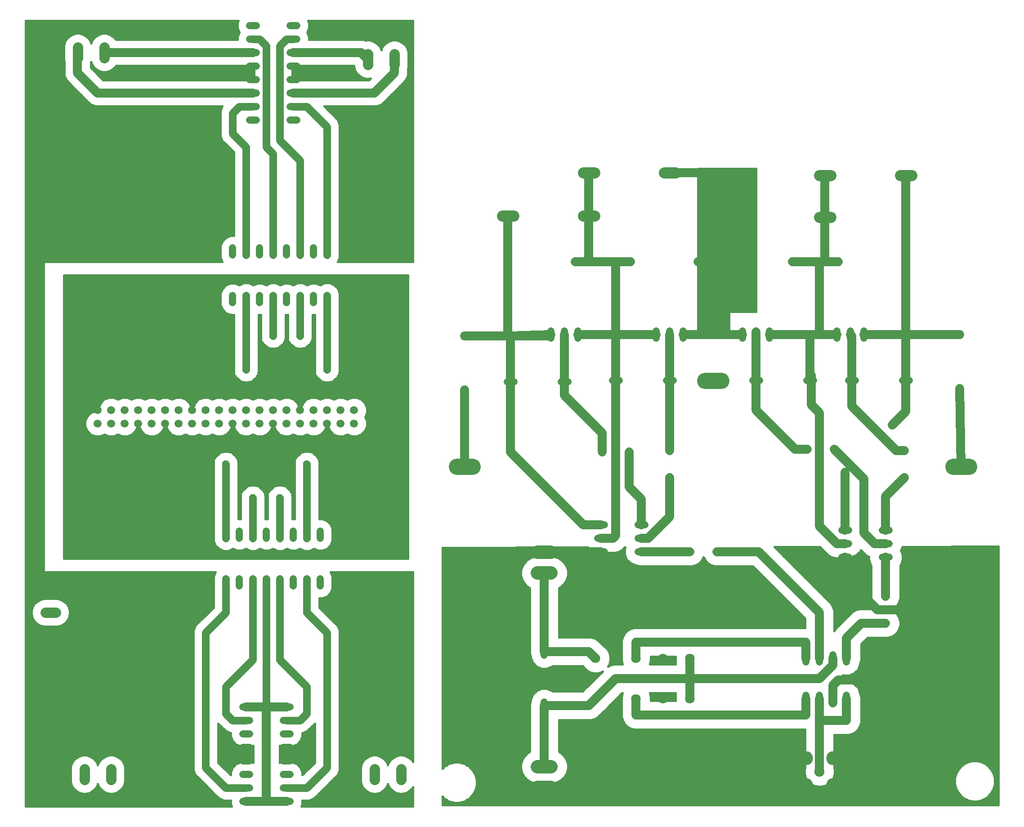
<source format=gbl>
G75*
%MOIN*%
%OFA0B0*%
%FSLAX25Y25*%
%IPPOS*%
%LPD*%
%AMOC8*
5,1,8,0,0,1.08239X$1,22.5*
%
%ADD10C,0.05200*%
%ADD11OC8,0.05200*%
%ADD12C,0.05937*%
%ADD13C,0.07800*%
%ADD14C,0.10039*%
%ADD15C,0.07500*%
%ADD16C,0.10500*%
%ADD17C,0.11850*%
%ADD18C,0.07087*%
%ADD19C,0.08250*%
%ADD20C,0.06600*%
%ADD21C,0.01600*%
%ADD22C,0.06600*%
%ADD23C,0.05600*%
%ADD24R,0.03962X0.03962*%
D10*
X0169200Y0014167D02*
X0174400Y0014167D01*
X0174400Y0024167D02*
X0169200Y0024167D01*
X0169200Y0034167D02*
X0174400Y0034167D01*
X0174400Y0044167D02*
X0169200Y0044167D01*
X0169200Y0054167D02*
X0174400Y0054167D01*
X0174400Y0064167D02*
X0169200Y0064167D01*
X0169200Y0074167D02*
X0174400Y0074167D01*
X0174400Y0084167D02*
X0169200Y0084167D01*
X0199200Y0084167D02*
X0204400Y0084167D01*
X0204400Y0074167D02*
X0199200Y0074167D01*
X0199200Y0064167D02*
X0204400Y0064167D01*
X0204400Y0054167D02*
X0199200Y0054167D01*
X0199200Y0044167D02*
X0204400Y0044167D01*
X0204400Y0034167D02*
X0199200Y0034167D01*
X0199200Y0024167D02*
X0204400Y0024167D01*
X0204400Y0014167D02*
X0199200Y0014167D01*
X0196800Y0173967D02*
X0196800Y0179167D01*
X0186800Y0179167D02*
X0186800Y0173967D01*
X0176800Y0173967D02*
X0176800Y0179167D01*
X0166800Y0179167D02*
X0166800Y0173967D01*
X0156800Y0173967D02*
X0156800Y0179167D01*
X0156800Y0209167D02*
X0156800Y0214367D01*
X0166800Y0214367D02*
X0166800Y0209167D01*
X0176800Y0209167D02*
X0176800Y0214367D01*
X0186800Y0214367D02*
X0186800Y0209167D01*
X0196800Y0209167D02*
X0196800Y0214367D01*
X0206800Y0214367D02*
X0206800Y0209167D01*
X0216800Y0209167D02*
X0216800Y0214367D01*
X0226800Y0214367D02*
X0226800Y0209167D01*
X0226800Y0179167D02*
X0226800Y0173967D01*
X0216800Y0173967D02*
X0216800Y0179167D01*
X0206800Y0179167D02*
X0206800Y0173967D01*
X0392800Y0127767D02*
X0392800Y0122567D01*
X0392800Y0087767D02*
X0392800Y0082567D01*
X0432200Y0199167D02*
X0437400Y0199167D01*
X0437400Y0209167D02*
X0432200Y0209167D01*
X0432200Y0219167D02*
X0437400Y0219167D01*
X0462200Y0219167D02*
X0467400Y0219167D01*
X0467400Y0209167D02*
X0462200Y0209167D01*
X0462200Y0199167D02*
X0467400Y0199167D01*
X0586800Y0122767D02*
X0586800Y0117567D01*
X0596800Y0117567D02*
X0596800Y0122767D01*
X0606800Y0122767D02*
X0606800Y0117567D01*
X0616800Y0117567D02*
X0616800Y0122767D01*
X0616800Y0092767D02*
X0616800Y0087567D01*
X0606800Y0087567D02*
X0606800Y0092767D01*
X0596800Y0092767D02*
X0596800Y0087567D01*
X0586800Y0087567D02*
X0586800Y0092767D01*
X0613200Y0195167D02*
X0618400Y0195167D01*
X0618400Y0205167D02*
X0613200Y0205167D01*
X0613200Y0215167D02*
X0618400Y0215167D01*
X0643200Y0215167D02*
X0648400Y0215167D01*
X0648400Y0205167D02*
X0643200Y0205167D01*
X0643200Y0195167D02*
X0648400Y0195167D01*
X0658200Y0326167D02*
X0663400Y0326167D01*
X0623400Y0326167D02*
X0618200Y0326167D01*
X0592400Y0326167D02*
X0587200Y0326167D01*
X0552400Y0326167D02*
X0547200Y0326167D01*
X0549800Y0357567D02*
X0549800Y0362767D01*
X0559800Y0362767D02*
X0559800Y0357567D01*
X0539800Y0357567D02*
X0539800Y0362767D01*
X0495800Y0362767D02*
X0495800Y0357567D01*
X0485800Y0357567D02*
X0485800Y0362767D01*
X0475800Y0362767D02*
X0475800Y0357567D01*
X0483200Y0326167D02*
X0488400Y0326167D01*
X0448400Y0326167D02*
X0443200Y0326167D01*
X0410400Y0325167D02*
X0405200Y0325167D01*
X0370400Y0325167D02*
X0365200Y0325167D01*
X0397800Y0357567D02*
X0397800Y0362767D01*
X0407800Y0362767D02*
X0407800Y0357567D01*
X0417800Y0357567D02*
X0417800Y0362767D01*
X0231800Y0383967D02*
X0231800Y0389167D01*
X0221800Y0389167D02*
X0221800Y0383967D01*
X0211800Y0383967D02*
X0211800Y0389167D01*
X0201800Y0389167D02*
X0201800Y0383967D01*
X0191800Y0383967D02*
X0191800Y0389167D01*
X0181800Y0389167D02*
X0181800Y0383967D01*
X0171800Y0383967D02*
X0171800Y0389167D01*
X0161800Y0389167D02*
X0161800Y0383967D01*
X0161800Y0419167D02*
X0161800Y0424367D01*
X0171800Y0424367D02*
X0171800Y0419167D01*
X0181800Y0419167D02*
X0181800Y0424367D01*
X0191800Y0424367D02*
X0191800Y0419167D01*
X0201800Y0419167D02*
X0201800Y0424367D01*
X0211800Y0424367D02*
X0211800Y0419167D01*
X0221800Y0419167D02*
X0221800Y0424367D01*
X0231800Y0424367D02*
X0231800Y0419167D01*
X0209400Y0519167D02*
X0204200Y0519167D01*
X0204200Y0529167D02*
X0209400Y0529167D01*
X0209400Y0539167D02*
X0204200Y0539167D01*
X0204200Y0549167D02*
X0209400Y0549167D01*
X0209400Y0559167D02*
X0204200Y0559167D01*
X0204200Y0569167D02*
X0209400Y0569167D01*
X0209400Y0579167D02*
X0204200Y0579167D01*
X0204200Y0589167D02*
X0209400Y0589167D01*
X0179400Y0589167D02*
X0174200Y0589167D01*
X0174200Y0579167D02*
X0179400Y0579167D01*
X0179400Y0569167D02*
X0174200Y0569167D01*
X0174200Y0559167D02*
X0179400Y0559167D01*
X0179400Y0549167D02*
X0174200Y0549167D01*
X0174200Y0539167D02*
X0179400Y0539167D01*
X0179400Y0529167D02*
X0174200Y0529167D01*
X0174200Y0519167D02*
X0179400Y0519167D01*
X0609800Y0362767D02*
X0609800Y0357567D01*
X0619800Y0357567D02*
X0619800Y0362767D01*
X0629800Y0362767D02*
X0629800Y0357567D01*
D11*
X0610800Y0414167D03*
X0576800Y0414167D03*
X0526800Y0414167D03*
X0506800Y0414167D03*
X0456800Y0414167D03*
X0415800Y0414167D03*
X0365800Y0414167D03*
X0281800Y0454167D03*
X0261800Y0484167D03*
X0231800Y0454167D03*
X0211800Y0484167D03*
X0191800Y0484167D03*
X0171800Y0454167D03*
X0141800Y0484167D03*
X0121800Y0454167D03*
X0141800Y0359167D03*
X0121800Y0334167D03*
X0171800Y0334167D03*
X0191800Y0359167D03*
X0211800Y0359167D03*
X0231800Y0334167D03*
X0261800Y0359167D03*
X0281800Y0334167D03*
X0266800Y0264167D03*
X0246800Y0239167D03*
X0216800Y0264167D03*
X0196800Y0239167D03*
X0176800Y0239167D03*
X0156800Y0264167D03*
X0126800Y0239167D03*
X0106800Y0264167D03*
X0106800Y0154167D03*
X0126800Y0119167D03*
X0156800Y0154167D03*
X0176800Y0119167D03*
X0196800Y0119167D03*
X0216800Y0154167D03*
X0246800Y0119167D03*
X0266800Y0154167D03*
X0435800Y0273167D03*
X0455800Y0273167D03*
X0485800Y0274167D03*
X0485800Y0254167D03*
X0500800Y0199167D03*
X0520800Y0199167D03*
X0587800Y0275167D03*
X0607800Y0275167D03*
X0659800Y0274167D03*
X0659800Y0254167D03*
X0645800Y0166167D03*
X0645800Y0146167D03*
X0660800Y0414167D03*
D12*
X0251800Y0304167D03*
X0241800Y0304167D03*
X0231800Y0304167D03*
X0221800Y0304167D03*
X0211800Y0304167D03*
X0201800Y0304167D03*
X0191800Y0304167D03*
X0181800Y0304167D03*
X0171800Y0304167D03*
X0161800Y0304167D03*
X0151800Y0304167D03*
X0141800Y0304167D03*
X0131800Y0304167D03*
X0121800Y0304167D03*
X0111800Y0304167D03*
X0101800Y0304167D03*
X0091800Y0304167D03*
X0081800Y0304167D03*
X0071800Y0304167D03*
X0061800Y0304167D03*
X0061800Y0294167D03*
X0071800Y0294167D03*
X0081800Y0294167D03*
X0091800Y0294167D03*
X0101800Y0294167D03*
X0111800Y0294167D03*
X0121800Y0294167D03*
X0131800Y0294167D03*
X0141800Y0294167D03*
X0151800Y0294167D03*
X0161800Y0294167D03*
X0171800Y0294167D03*
X0181800Y0294167D03*
X0191800Y0294167D03*
X0201800Y0294167D03*
X0211800Y0294167D03*
X0221800Y0294167D03*
X0231800Y0294167D03*
X0241800Y0294167D03*
X0251800Y0294167D03*
D13*
X0030700Y0154067D02*
X0022900Y0154067D01*
X0022900Y0134367D02*
X0030700Y0134367D01*
X0051900Y0038067D02*
X0051900Y0030267D01*
X0071600Y0030267D02*
X0071600Y0038067D01*
X0266900Y0038067D02*
X0266900Y0030267D01*
X0286600Y0030267D02*
X0286600Y0038067D01*
X0281700Y0560267D02*
X0281700Y0568067D01*
X0262000Y0568067D02*
X0262000Y0560267D01*
X0066700Y0565267D02*
X0066700Y0573067D01*
X0047000Y0573067D02*
X0047000Y0565267D01*
D14*
X0387780Y0198962D02*
X0397820Y0198962D01*
X0397820Y0183371D02*
X0387780Y0183371D01*
X0387780Y0039962D02*
X0397820Y0039962D01*
X0397820Y0024371D02*
X0387780Y0024371D01*
D15*
X0596800Y0036167D03*
D16*
X0586761Y0046206D03*
X0606839Y0046206D03*
X0606839Y0026128D03*
X0586761Y0026128D03*
D17*
X0695875Y0262167D02*
X0707725Y0262167D01*
X0523925Y0325867D02*
X0512075Y0325867D01*
X0529575Y0473167D02*
X0541425Y0473167D01*
X0339725Y0262167D02*
X0327875Y0262167D01*
D18*
X0430800Y0120167D03*
X0460800Y0120167D03*
X0480800Y0120167D03*
X0500800Y0120167D03*
X0500800Y0090167D03*
X0480800Y0090167D03*
X0460800Y0090167D03*
X0430800Y0090167D03*
D19*
X0429925Y0448167D02*
X0421675Y0448167D01*
X0421675Y0480167D02*
X0429925Y0480167D01*
X0481675Y0480167D02*
X0489925Y0480167D01*
X0536675Y0447167D02*
X0544925Y0447167D01*
X0596675Y0447167D02*
X0604925Y0447167D01*
X0604925Y0478167D02*
X0596675Y0478167D01*
X0656675Y0478167D02*
X0664925Y0478167D01*
X0369925Y0448167D02*
X0361675Y0448167D01*
D20*
X0333800Y0359167D03*
X0333800Y0319167D03*
X0700800Y0320167D03*
X0700800Y0360167D03*
D21*
X0008200Y0592688D02*
X0008200Y0010567D01*
X0160950Y0010567D01*
X0160200Y0012376D01*
X0160200Y0014967D01*
X0154970Y0014967D01*
X0151589Y0016367D01*
X0149001Y0018955D01*
X0149001Y0018955D01*
X0136589Y0031367D01*
X0136589Y0031367D01*
X0134001Y0033955D01*
X0132600Y0037337D01*
X0132600Y0140997D01*
X0134001Y0144378D01*
X0147600Y0157977D01*
X0147600Y0180997D01*
X0148913Y0184167D01*
X0021800Y0184167D01*
X0021800Y0414167D01*
X0154130Y0414167D01*
X0152800Y0417376D01*
X0152800Y0426157D01*
X0154170Y0429465D01*
X0156702Y0431996D01*
X0160010Y0433367D01*
X0162600Y0433367D01*
X0162600Y0495356D01*
X0156589Y0501367D01*
X0154001Y0503955D01*
X0152600Y0507337D01*
X0152600Y0525997D01*
X0154001Y0529378D01*
X0154089Y0529467D01*
X0059871Y0529467D01*
X0056305Y0530943D01*
X0041305Y0545943D01*
X0038577Y0548672D01*
X0037100Y0552237D01*
X0037100Y0562418D01*
X0036700Y0563911D01*
X0036700Y0574423D01*
X0037402Y0577042D01*
X0038758Y0579391D01*
X0040676Y0581309D01*
X0043024Y0582665D01*
X0045644Y0583367D01*
X0048356Y0583367D01*
X0050976Y0582665D01*
X0053324Y0581309D01*
X0055242Y0579391D01*
X0056598Y0577042D01*
X0056850Y0576102D01*
X0057102Y0577042D01*
X0058458Y0579391D01*
X0060376Y0581309D01*
X0062724Y0582665D01*
X0065344Y0583367D01*
X0068056Y0583367D01*
X0070676Y0582665D01*
X0073024Y0581309D01*
X0074942Y0579391D01*
X0075245Y0578867D01*
X0165200Y0578867D01*
X0165200Y0580957D01*
X0166530Y0584167D01*
X0165200Y0587376D01*
X0165200Y0590957D01*
X0165917Y0592688D01*
X0008200Y0592688D01*
X0008200Y0592419D02*
X0165806Y0592419D01*
X0165200Y0590820D02*
X0008200Y0590820D01*
X0008200Y0589222D02*
X0165200Y0589222D01*
X0165200Y0587623D02*
X0008200Y0587623D01*
X0008200Y0586025D02*
X0165760Y0586025D01*
X0166422Y0584426D02*
X0008200Y0584426D01*
X0008200Y0582828D02*
X0043633Y0582828D01*
X0040596Y0581229D02*
X0008200Y0581229D01*
X0008200Y0579631D02*
X0038998Y0579631D01*
X0037973Y0578032D02*
X0008200Y0578032D01*
X0008200Y0576434D02*
X0037239Y0576434D01*
X0036811Y0574835D02*
X0008200Y0574835D01*
X0008200Y0573237D02*
X0036700Y0573237D01*
X0036700Y0571638D02*
X0008200Y0571638D01*
X0008200Y0570040D02*
X0036700Y0570040D01*
X0036700Y0568441D02*
X0008200Y0568441D01*
X0008200Y0566843D02*
X0036700Y0566843D01*
X0036700Y0565244D02*
X0008200Y0565244D01*
X0008200Y0563646D02*
X0036771Y0563646D01*
X0037100Y0562047D02*
X0008200Y0562047D01*
X0008200Y0560449D02*
X0037100Y0560449D01*
X0037100Y0558850D02*
X0008200Y0558850D01*
X0008200Y0557252D02*
X0037100Y0557252D01*
X0037100Y0555653D02*
X0008200Y0555653D01*
X0008200Y0554055D02*
X0037100Y0554055D01*
X0037100Y0552456D02*
X0008200Y0552456D01*
X0008200Y0550858D02*
X0037671Y0550858D01*
X0038334Y0549259D02*
X0008200Y0549259D01*
X0008200Y0547661D02*
X0039588Y0547661D01*
X0041187Y0546062D02*
X0008200Y0546062D01*
X0008200Y0544463D02*
X0042785Y0544463D01*
X0044384Y0542865D02*
X0008200Y0542865D01*
X0008200Y0541266D02*
X0045982Y0541266D01*
X0047581Y0539668D02*
X0008200Y0539668D01*
X0008200Y0538069D02*
X0049179Y0538069D01*
X0050778Y0536471D02*
X0008200Y0536471D01*
X0008200Y0534872D02*
X0052376Y0534872D01*
X0053975Y0533274D02*
X0008200Y0533274D01*
X0008200Y0531675D02*
X0055573Y0531675D01*
X0058397Y0530077D02*
X0008200Y0530077D01*
X0008200Y0528478D02*
X0153628Y0528478D01*
X0152966Y0526880D02*
X0008200Y0526880D01*
X0008200Y0525281D02*
X0152600Y0525281D01*
X0152600Y0523683D02*
X0008200Y0523683D01*
X0008200Y0522084D02*
X0152600Y0522084D01*
X0152600Y0520486D02*
X0008200Y0520486D01*
X0008200Y0518887D02*
X0152600Y0518887D01*
X0152600Y0517289D02*
X0008200Y0517289D01*
X0008200Y0515690D02*
X0152600Y0515690D01*
X0152600Y0514092D02*
X0008200Y0514092D01*
X0008200Y0512493D02*
X0152600Y0512493D01*
X0152600Y0510895D02*
X0008200Y0510895D01*
X0008200Y0509296D02*
X0152600Y0509296D01*
X0152600Y0507698D02*
X0008200Y0507698D01*
X0008200Y0506099D02*
X0153113Y0506099D01*
X0153775Y0504501D02*
X0008200Y0504501D01*
X0008200Y0502902D02*
X0155054Y0502902D01*
X0156652Y0501304D02*
X0008200Y0501304D01*
X0008200Y0499705D02*
X0158251Y0499705D01*
X0159849Y0498107D02*
X0008200Y0498107D01*
X0008200Y0496508D02*
X0161448Y0496508D01*
X0162600Y0494910D02*
X0008200Y0494910D01*
X0008200Y0493311D02*
X0162600Y0493311D01*
X0162600Y0491713D02*
X0008200Y0491713D01*
X0008200Y0490114D02*
X0162600Y0490114D01*
X0162600Y0488516D02*
X0008200Y0488516D01*
X0008200Y0486917D02*
X0162600Y0486917D01*
X0162600Y0485319D02*
X0008200Y0485319D01*
X0008200Y0483720D02*
X0162600Y0483720D01*
X0162600Y0482122D02*
X0008200Y0482122D01*
X0008200Y0480523D02*
X0162600Y0480523D01*
X0162600Y0478925D02*
X0008200Y0478925D01*
X0008200Y0477326D02*
X0162600Y0477326D01*
X0162600Y0475727D02*
X0008200Y0475727D01*
X0008200Y0474129D02*
X0162600Y0474129D01*
X0162600Y0472530D02*
X0008200Y0472530D01*
X0008200Y0470932D02*
X0162600Y0470932D01*
X0162600Y0469333D02*
X0008200Y0469333D01*
X0008200Y0467735D02*
X0162600Y0467735D01*
X0162600Y0466136D02*
X0008200Y0466136D01*
X0008200Y0464538D02*
X0162600Y0464538D01*
X0162600Y0462939D02*
X0008200Y0462939D01*
X0008200Y0461341D02*
X0162600Y0461341D01*
X0162600Y0459742D02*
X0008200Y0459742D01*
X0008200Y0458144D02*
X0162600Y0458144D01*
X0162600Y0456545D02*
X0008200Y0456545D01*
X0008200Y0454947D02*
X0162600Y0454947D01*
X0162600Y0453348D02*
X0008200Y0453348D01*
X0008200Y0451750D02*
X0162600Y0451750D01*
X0162600Y0450151D02*
X0008200Y0450151D01*
X0008200Y0448553D02*
X0162600Y0448553D01*
X0162600Y0446954D02*
X0008200Y0446954D01*
X0008200Y0445356D02*
X0162600Y0445356D01*
X0162600Y0443757D02*
X0008200Y0443757D01*
X0008200Y0442159D02*
X0162600Y0442159D01*
X0162600Y0440560D02*
X0008200Y0440560D01*
X0008200Y0438962D02*
X0162600Y0438962D01*
X0162600Y0437363D02*
X0008200Y0437363D01*
X0008200Y0435765D02*
X0162600Y0435765D01*
X0162600Y0434166D02*
X0008200Y0434166D01*
X0008200Y0432568D02*
X0158081Y0432568D01*
X0155675Y0430969D02*
X0008200Y0430969D01*
X0008200Y0429371D02*
X0154131Y0429371D01*
X0153469Y0427772D02*
X0008200Y0427772D01*
X0008200Y0426174D02*
X0152807Y0426174D01*
X0152800Y0424575D02*
X0008200Y0424575D01*
X0008200Y0422977D02*
X0152800Y0422977D01*
X0152800Y0421378D02*
X0008200Y0421378D01*
X0008200Y0419780D02*
X0152800Y0419780D01*
X0152800Y0418181D02*
X0008200Y0418181D01*
X0008200Y0416583D02*
X0153129Y0416583D01*
X0153791Y0414984D02*
X0008200Y0414984D01*
X0008200Y0413386D02*
X0021800Y0413386D01*
X0021800Y0411787D02*
X0008200Y0411787D01*
X0008200Y0410189D02*
X0021800Y0410189D01*
X0021800Y0408590D02*
X0008200Y0408590D01*
X0008200Y0406992D02*
X0021800Y0406992D01*
X0021800Y0405393D02*
X0008200Y0405393D01*
X0008200Y0403794D02*
X0021800Y0403794D01*
X0021800Y0402196D02*
X0008200Y0402196D01*
X0008200Y0400597D02*
X0021800Y0400597D01*
X0021800Y0398999D02*
X0008200Y0398999D01*
X0008200Y0397400D02*
X0021800Y0397400D01*
X0021800Y0395802D02*
X0008200Y0395802D01*
X0008200Y0394203D02*
X0021800Y0394203D01*
X0021800Y0392605D02*
X0008200Y0392605D01*
X0008200Y0391006D02*
X0021800Y0391006D01*
X0021800Y0389408D02*
X0008200Y0389408D01*
X0008200Y0387809D02*
X0021800Y0387809D01*
X0021800Y0386211D02*
X0008200Y0386211D01*
X0008200Y0384612D02*
X0021800Y0384612D01*
X0021800Y0383014D02*
X0008200Y0383014D01*
X0008200Y0381415D02*
X0021800Y0381415D01*
X0021800Y0379817D02*
X0008200Y0379817D01*
X0008200Y0378218D02*
X0021800Y0378218D01*
X0021800Y0376620D02*
X0008200Y0376620D01*
X0008200Y0375021D02*
X0021800Y0375021D01*
X0021800Y0373423D02*
X0008200Y0373423D01*
X0008200Y0371824D02*
X0021800Y0371824D01*
X0021800Y0370226D02*
X0008200Y0370226D01*
X0008200Y0368627D02*
X0021800Y0368627D01*
X0021800Y0367029D02*
X0008200Y0367029D01*
X0008200Y0365430D02*
X0021800Y0365430D01*
X0021800Y0363832D02*
X0008200Y0363832D01*
X0008200Y0362233D02*
X0021800Y0362233D01*
X0021800Y0360635D02*
X0008200Y0360635D01*
X0008200Y0359036D02*
X0021800Y0359036D01*
X0021800Y0357438D02*
X0008200Y0357438D01*
X0008200Y0355839D02*
X0021800Y0355839D01*
X0021800Y0354241D02*
X0008200Y0354241D01*
X0008200Y0352642D02*
X0021800Y0352642D01*
X0021800Y0351044D02*
X0008200Y0351044D01*
X0008200Y0349445D02*
X0021800Y0349445D01*
X0021800Y0347847D02*
X0008200Y0347847D01*
X0008200Y0346248D02*
X0021800Y0346248D01*
X0021800Y0344650D02*
X0008200Y0344650D01*
X0008200Y0343051D02*
X0021800Y0343051D01*
X0021800Y0341453D02*
X0008200Y0341453D01*
X0008200Y0339854D02*
X0021800Y0339854D01*
X0021800Y0338256D02*
X0008200Y0338256D01*
X0008200Y0336657D02*
X0021800Y0336657D01*
X0021800Y0335059D02*
X0008200Y0335059D01*
X0008200Y0333460D02*
X0021800Y0333460D01*
X0021800Y0331861D02*
X0008200Y0331861D01*
X0008200Y0330263D02*
X0021800Y0330263D01*
X0021800Y0328664D02*
X0008200Y0328664D01*
X0008200Y0327066D02*
X0021800Y0327066D01*
X0021800Y0325467D02*
X0008200Y0325467D01*
X0008200Y0323869D02*
X0021800Y0323869D01*
X0021800Y0322270D02*
X0008200Y0322270D01*
X0008200Y0320672D02*
X0021800Y0320672D01*
X0021800Y0319073D02*
X0008200Y0319073D01*
X0008200Y0317475D02*
X0021800Y0317475D01*
X0021800Y0315876D02*
X0008200Y0315876D01*
X0008200Y0314278D02*
X0021800Y0314278D01*
X0021800Y0312679D02*
X0008200Y0312679D01*
X0008200Y0311081D02*
X0021800Y0311081D01*
X0021800Y0309482D02*
X0008200Y0309482D01*
X0008200Y0307884D02*
X0021800Y0307884D01*
X0021800Y0306285D02*
X0008200Y0306285D01*
X0008200Y0304687D02*
X0021800Y0304687D01*
X0021800Y0303088D02*
X0008200Y0303088D01*
X0008200Y0301490D02*
X0021800Y0301490D01*
X0021800Y0299891D02*
X0008200Y0299891D01*
X0008200Y0298293D02*
X0021800Y0298293D01*
X0021800Y0296694D02*
X0008200Y0296694D01*
X0008200Y0295096D02*
X0021800Y0295096D01*
X0021800Y0293497D02*
X0008200Y0293497D01*
X0008200Y0291899D02*
X0021800Y0291899D01*
X0021800Y0290300D02*
X0008200Y0290300D01*
X0008200Y0288702D02*
X0021800Y0288702D01*
X0021800Y0287103D02*
X0008200Y0287103D01*
X0008200Y0285505D02*
X0021800Y0285505D01*
X0021800Y0283906D02*
X0008200Y0283906D01*
X0008200Y0282308D02*
X0021800Y0282308D01*
X0021800Y0280709D02*
X0008200Y0280709D01*
X0008200Y0279111D02*
X0021800Y0279111D01*
X0021800Y0277512D02*
X0008200Y0277512D01*
X0008200Y0275914D02*
X0021800Y0275914D01*
X0021800Y0274315D02*
X0008200Y0274315D01*
X0008200Y0272717D02*
X0021800Y0272717D01*
X0021800Y0271118D02*
X0008200Y0271118D01*
X0008200Y0269520D02*
X0021800Y0269520D01*
X0021800Y0267921D02*
X0008200Y0267921D01*
X0008200Y0266323D02*
X0021800Y0266323D01*
X0021800Y0264724D02*
X0008200Y0264724D01*
X0008200Y0263125D02*
X0021800Y0263125D01*
X0021800Y0261527D02*
X0008200Y0261527D01*
X0008200Y0259928D02*
X0021800Y0259928D01*
X0021800Y0258330D02*
X0008200Y0258330D01*
X0008200Y0256731D02*
X0021800Y0256731D01*
X0021800Y0255133D02*
X0008200Y0255133D01*
X0008200Y0253534D02*
X0021800Y0253534D01*
X0021800Y0251936D02*
X0008200Y0251936D01*
X0008200Y0250337D02*
X0021800Y0250337D01*
X0021800Y0248739D02*
X0008200Y0248739D01*
X0008200Y0247140D02*
X0021800Y0247140D01*
X0021800Y0245542D02*
X0008200Y0245542D01*
X0008200Y0243943D02*
X0021800Y0243943D01*
X0021800Y0242345D02*
X0008200Y0242345D01*
X0008200Y0240746D02*
X0021800Y0240746D01*
X0021800Y0239148D02*
X0008200Y0239148D01*
X0008200Y0237549D02*
X0021800Y0237549D01*
X0021800Y0235951D02*
X0008200Y0235951D01*
X0008200Y0234352D02*
X0021800Y0234352D01*
X0021800Y0232754D02*
X0008200Y0232754D01*
X0008200Y0231155D02*
X0021800Y0231155D01*
X0021800Y0229557D02*
X0008200Y0229557D01*
X0008200Y0227958D02*
X0021800Y0227958D01*
X0021800Y0226360D02*
X0008200Y0226360D01*
X0008200Y0224761D02*
X0021800Y0224761D01*
X0021800Y0223163D02*
X0008200Y0223163D01*
X0008200Y0221564D02*
X0021800Y0221564D01*
X0021800Y0219966D02*
X0008200Y0219966D01*
X0008200Y0218367D02*
X0021800Y0218367D01*
X0021800Y0216769D02*
X0008200Y0216769D01*
X0008200Y0215170D02*
X0021800Y0215170D01*
X0021800Y0213572D02*
X0008200Y0213572D01*
X0008200Y0211973D02*
X0021800Y0211973D01*
X0021800Y0210375D02*
X0008200Y0210375D01*
X0008200Y0208776D02*
X0021800Y0208776D01*
X0021800Y0207178D02*
X0008200Y0207178D01*
X0008200Y0205579D02*
X0021800Y0205579D01*
X0021800Y0203981D02*
X0008200Y0203981D01*
X0008200Y0202382D02*
X0021800Y0202382D01*
X0021800Y0200784D02*
X0008200Y0200784D01*
X0008200Y0199185D02*
X0021800Y0199185D01*
X0021800Y0197587D02*
X0008200Y0197587D01*
X0008200Y0195988D02*
X0021800Y0195988D01*
X0021800Y0194390D02*
X0008200Y0194390D01*
X0008200Y0192791D02*
X0021800Y0192791D01*
X0021800Y0191192D02*
X0008200Y0191192D01*
X0008200Y0189594D02*
X0021800Y0189594D01*
X0021800Y0187995D02*
X0008200Y0187995D01*
X0008200Y0186397D02*
X0021800Y0186397D01*
X0021800Y0184798D02*
X0008200Y0184798D01*
X0008200Y0183200D02*
X0148513Y0183200D01*
X0147851Y0181601D02*
X0008200Y0181601D01*
X0008200Y0180003D02*
X0147600Y0180003D01*
X0147600Y0178404D02*
X0008200Y0178404D01*
X0008200Y0176806D02*
X0147600Y0176806D01*
X0147600Y0175207D02*
X0008200Y0175207D01*
X0008200Y0173609D02*
X0147600Y0173609D01*
X0147600Y0172010D02*
X0008200Y0172010D01*
X0008200Y0170412D02*
X0147600Y0170412D01*
X0147600Y0168813D02*
X0008200Y0168813D01*
X0008200Y0167215D02*
X0147600Y0167215D01*
X0147600Y0165616D02*
X0008200Y0165616D01*
X0008200Y0164018D02*
X0020242Y0164018D01*
X0021544Y0164367D02*
X0018924Y0163665D01*
X0016576Y0162309D01*
X0014658Y0160391D01*
X0013302Y0158042D01*
X0012600Y0155423D01*
X0012600Y0152711D01*
X0013302Y0150091D01*
X0014658Y0147742D01*
X0016576Y0145825D01*
X0018924Y0144469D01*
X0021544Y0143767D01*
X0032056Y0143767D01*
X0034676Y0144469D01*
X0037024Y0145825D01*
X0038942Y0147742D01*
X0040298Y0150091D01*
X0041000Y0152711D01*
X0041000Y0155423D01*
X0040298Y0158042D01*
X0038942Y0160391D01*
X0037024Y0162309D01*
X0034676Y0163665D01*
X0032056Y0164367D01*
X0021544Y0164367D01*
X0016767Y0162419D02*
X0008200Y0162419D01*
X0008200Y0160821D02*
X0015088Y0160821D01*
X0013983Y0159222D02*
X0008200Y0159222D01*
X0008200Y0157624D02*
X0013190Y0157624D01*
X0012761Y0156025D02*
X0008200Y0156025D01*
X0008200Y0154427D02*
X0012600Y0154427D01*
X0012600Y0152828D02*
X0008200Y0152828D01*
X0008200Y0151230D02*
X0012997Y0151230D01*
X0013567Y0149631D02*
X0008200Y0149631D01*
X0008200Y0148033D02*
X0014490Y0148033D01*
X0015966Y0146434D02*
X0008200Y0146434D01*
X0008200Y0144836D02*
X0018289Y0144836D01*
X0008200Y0143237D02*
X0133528Y0143237D01*
X0132866Y0141639D02*
X0008200Y0141639D01*
X0008200Y0140040D02*
X0132600Y0140040D01*
X0132600Y0138442D02*
X0008200Y0138442D01*
X0008200Y0136843D02*
X0132600Y0136843D01*
X0132600Y0135245D02*
X0008200Y0135245D01*
X0008200Y0133646D02*
X0132600Y0133646D01*
X0132600Y0132048D02*
X0008200Y0132048D01*
X0008200Y0130449D02*
X0132600Y0130449D01*
X0132600Y0128851D02*
X0008200Y0128851D01*
X0008200Y0127252D02*
X0132600Y0127252D01*
X0132600Y0125654D02*
X0008200Y0125654D01*
X0008200Y0124055D02*
X0132600Y0124055D01*
X0132600Y0122456D02*
X0008200Y0122456D01*
X0008200Y0120858D02*
X0132600Y0120858D01*
X0132600Y0119259D02*
X0008200Y0119259D01*
X0008200Y0117661D02*
X0132600Y0117661D01*
X0132600Y0116062D02*
X0008200Y0116062D01*
X0008200Y0114464D02*
X0132600Y0114464D01*
X0132600Y0112865D02*
X0008200Y0112865D01*
X0008200Y0111267D02*
X0132600Y0111267D01*
X0132600Y0109668D02*
X0008200Y0109668D01*
X0008200Y0108070D02*
X0132600Y0108070D01*
X0132600Y0106471D02*
X0008200Y0106471D01*
X0008200Y0104873D02*
X0132600Y0104873D01*
X0132600Y0103274D02*
X0008200Y0103274D01*
X0008200Y0101676D02*
X0132600Y0101676D01*
X0132600Y0100077D02*
X0008200Y0100077D01*
X0008200Y0098479D02*
X0132600Y0098479D01*
X0132600Y0096880D02*
X0008200Y0096880D01*
X0008200Y0095282D02*
X0132600Y0095282D01*
X0132600Y0093683D02*
X0008200Y0093683D01*
X0008200Y0092085D02*
X0132600Y0092085D01*
X0132600Y0090486D02*
X0008200Y0090486D01*
X0008200Y0088888D02*
X0132600Y0088888D01*
X0132600Y0087289D02*
X0008200Y0087289D01*
X0008200Y0085691D02*
X0132600Y0085691D01*
X0132600Y0084092D02*
X0008200Y0084092D01*
X0008200Y0082494D02*
X0132600Y0082494D01*
X0132600Y0080895D02*
X0008200Y0080895D01*
X0008200Y0079297D02*
X0132600Y0079297D01*
X0132600Y0077698D02*
X0008200Y0077698D01*
X0008200Y0076100D02*
X0132600Y0076100D01*
X0132600Y0074501D02*
X0008200Y0074501D01*
X0008200Y0072903D02*
X0132600Y0072903D01*
X0132600Y0071304D02*
X0008200Y0071304D01*
X0008200Y0069706D02*
X0132600Y0069706D01*
X0132600Y0068107D02*
X0008200Y0068107D01*
X0008200Y0066509D02*
X0132600Y0066509D01*
X0132600Y0064910D02*
X0008200Y0064910D01*
X0008200Y0063312D02*
X0132600Y0063312D01*
X0132600Y0061713D02*
X0008200Y0061713D01*
X0008200Y0060115D02*
X0132600Y0060115D01*
X0132600Y0058516D02*
X0008200Y0058516D01*
X0008200Y0056918D02*
X0132600Y0056918D01*
X0132600Y0055319D02*
X0008200Y0055319D01*
X0008200Y0053721D02*
X0132600Y0053721D01*
X0132600Y0052122D02*
X0008200Y0052122D01*
X0008200Y0050523D02*
X0132600Y0050523D01*
X0132600Y0048925D02*
X0008200Y0048925D01*
X0008200Y0047326D02*
X0047338Y0047326D01*
X0047924Y0047665D02*
X0045576Y0046309D01*
X0043658Y0044391D01*
X0042302Y0042042D01*
X0041600Y0039423D01*
X0041600Y0028911D01*
X0042302Y0026291D01*
X0043658Y0023942D01*
X0045576Y0022025D01*
X0047924Y0020669D01*
X0050544Y0019967D01*
X0053256Y0019967D01*
X0055876Y0020669D01*
X0058224Y0022025D01*
X0060142Y0023942D01*
X0061498Y0026291D01*
X0061750Y0027231D01*
X0062002Y0026291D01*
X0063358Y0023942D01*
X0065276Y0022025D01*
X0067624Y0020669D01*
X0070244Y0019967D01*
X0072956Y0019967D01*
X0075576Y0020669D01*
X0077924Y0022025D01*
X0079842Y0023942D01*
X0081198Y0026291D01*
X0081900Y0028911D01*
X0081900Y0039423D01*
X0081198Y0042042D01*
X0079842Y0044391D01*
X0077924Y0046309D01*
X0075576Y0047665D01*
X0072956Y0048367D01*
X0070244Y0048367D01*
X0067624Y0047665D01*
X0065276Y0046309D01*
X0063358Y0044391D01*
X0062002Y0042042D01*
X0061750Y0041102D01*
X0061498Y0042042D01*
X0060142Y0044391D01*
X0058224Y0046309D01*
X0055876Y0047665D01*
X0053256Y0048367D01*
X0050544Y0048367D01*
X0047924Y0047665D01*
X0044995Y0045728D02*
X0008200Y0045728D01*
X0008200Y0044129D02*
X0043507Y0044129D01*
X0042584Y0042531D02*
X0008200Y0042531D01*
X0008200Y0040932D02*
X0042005Y0040932D01*
X0041600Y0039334D02*
X0008200Y0039334D01*
X0008200Y0037735D02*
X0041600Y0037735D01*
X0041600Y0036137D02*
X0008200Y0036137D01*
X0008200Y0034538D02*
X0041600Y0034538D01*
X0041600Y0032940D02*
X0008200Y0032940D01*
X0008200Y0031341D02*
X0041600Y0031341D01*
X0041600Y0029743D02*
X0008200Y0029743D01*
X0008200Y0028144D02*
X0041805Y0028144D01*
X0042234Y0026546D02*
X0008200Y0026546D01*
X0008200Y0024947D02*
X0043078Y0024947D01*
X0044251Y0023349D02*
X0008200Y0023349D01*
X0008200Y0021750D02*
X0046051Y0021750D01*
X0049853Y0020152D02*
X0008200Y0020152D01*
X0008200Y0018553D02*
X0149403Y0018553D01*
X0151001Y0016955D02*
X0008200Y0016955D01*
X0008200Y0015356D02*
X0154029Y0015356D01*
X0160200Y0013758D02*
X0008200Y0013758D01*
X0008200Y0012159D02*
X0160290Y0012159D01*
X0147804Y0020152D02*
X0073647Y0020152D01*
X0069553Y0020152D02*
X0053947Y0020152D01*
X0057749Y0021750D02*
X0065751Y0021750D01*
X0063951Y0023349D02*
X0059549Y0023349D01*
X0060722Y0024947D02*
X0062778Y0024947D01*
X0061934Y0026546D02*
X0061566Y0026546D01*
X0077449Y0021750D02*
X0146206Y0021750D01*
X0144607Y0023349D02*
X0079249Y0023349D01*
X0080422Y0024947D02*
X0143009Y0024947D01*
X0141410Y0026546D02*
X0081266Y0026546D01*
X0081695Y0028144D02*
X0139812Y0028144D01*
X0138213Y0029743D02*
X0081900Y0029743D01*
X0081900Y0031341D02*
X0136615Y0031341D01*
X0135016Y0032940D02*
X0081900Y0032940D01*
X0081900Y0034538D02*
X0133759Y0034538D01*
X0133097Y0036137D02*
X0081900Y0036137D01*
X0081900Y0037735D02*
X0132600Y0037735D01*
X0132600Y0039334D02*
X0081900Y0039334D01*
X0081495Y0040932D02*
X0132600Y0040932D01*
X0132600Y0042531D02*
X0080916Y0042531D01*
X0079993Y0044129D02*
X0132600Y0044129D01*
X0132600Y0045728D02*
X0078505Y0045728D01*
X0076162Y0047326D02*
X0132600Y0047326D01*
X0151000Y0047326D02*
X0177100Y0047326D01*
X0177100Y0045728D02*
X0151000Y0045728D01*
X0151000Y0044129D02*
X0177100Y0044129D01*
X0176190Y0043167D02*
X0167410Y0043167D01*
X0164102Y0041796D01*
X0161570Y0039265D01*
X0160200Y0035957D01*
X0160200Y0033777D01*
X0151000Y0042977D01*
X0151000Y0071956D01*
X0154001Y0068955D01*
X0156589Y0066367D01*
X0159970Y0064967D01*
X0160200Y0064967D01*
X0160200Y0062376D01*
X0161570Y0059069D01*
X0164102Y0056537D01*
X0167410Y0055167D01*
X0176190Y0055167D01*
X0177100Y0055544D01*
X0177100Y0042790D01*
X0176190Y0043167D01*
X0177100Y0048925D02*
X0151000Y0048925D01*
X0151000Y0050523D02*
X0177100Y0050523D01*
X0177100Y0052122D02*
X0151000Y0052122D01*
X0151000Y0053721D02*
X0177100Y0053721D01*
X0177100Y0055319D02*
X0176558Y0055319D01*
X0167042Y0055319D02*
X0151000Y0055319D01*
X0151000Y0056918D02*
X0163721Y0056918D01*
X0162123Y0058516D02*
X0151000Y0058516D01*
X0151000Y0060115D02*
X0161137Y0060115D01*
X0160475Y0061713D02*
X0151000Y0061713D01*
X0151000Y0063312D02*
X0160200Y0063312D01*
X0160200Y0064910D02*
X0151000Y0064910D01*
X0151000Y0066509D02*
X0156447Y0066509D01*
X0154849Y0068107D02*
X0151000Y0068107D01*
X0151000Y0069706D02*
X0153250Y0069706D01*
X0151652Y0071304D02*
X0151000Y0071304D01*
X0151446Y0042531D02*
X0165875Y0042531D01*
X0163238Y0040932D02*
X0153045Y0040932D01*
X0154643Y0039334D02*
X0161639Y0039334D01*
X0160937Y0037735D02*
X0156242Y0037735D01*
X0157841Y0036137D02*
X0160275Y0036137D01*
X0160200Y0034538D02*
X0159439Y0034538D01*
X0196500Y0042790D02*
X0196500Y0055544D01*
X0197410Y0055167D01*
X0206190Y0055167D01*
X0209498Y0056537D01*
X0212030Y0059069D01*
X0213400Y0062376D01*
X0213400Y0064967D01*
X0213630Y0064967D01*
X0217011Y0066367D01*
X0219599Y0068955D01*
X0222600Y0071956D01*
X0222600Y0042977D01*
X0213400Y0033777D01*
X0213400Y0035957D01*
X0212030Y0039265D01*
X0209498Y0041796D01*
X0206190Y0043167D01*
X0197410Y0043167D01*
X0196500Y0042790D01*
X0196500Y0044129D02*
X0222600Y0044129D01*
X0222600Y0045728D02*
X0196500Y0045728D01*
X0196500Y0047326D02*
X0222600Y0047326D01*
X0222600Y0048925D02*
X0196500Y0048925D01*
X0196500Y0050523D02*
X0222600Y0050523D01*
X0222600Y0052122D02*
X0196500Y0052122D01*
X0196500Y0053721D02*
X0222600Y0053721D01*
X0222600Y0055319D02*
X0206558Y0055319D01*
X0209879Y0056918D02*
X0222600Y0056918D01*
X0222600Y0058516D02*
X0211477Y0058516D01*
X0212463Y0060115D02*
X0222600Y0060115D01*
X0222600Y0061713D02*
X0213125Y0061713D01*
X0213400Y0063312D02*
X0222600Y0063312D01*
X0222600Y0064910D02*
X0213400Y0064910D01*
X0217153Y0066509D02*
X0222600Y0066509D01*
X0222600Y0068107D02*
X0218751Y0068107D01*
X0220350Y0069706D02*
X0222600Y0069706D01*
X0222600Y0071304D02*
X0221948Y0071304D01*
X0241000Y0071304D02*
X0295400Y0071304D01*
X0295400Y0069706D02*
X0241000Y0069706D01*
X0241000Y0068107D02*
X0295400Y0068107D01*
X0295400Y0066509D02*
X0241000Y0066509D01*
X0241000Y0064910D02*
X0295400Y0064910D01*
X0295400Y0063312D02*
X0241000Y0063312D01*
X0241000Y0061713D02*
X0295400Y0061713D01*
X0295400Y0060115D02*
X0241000Y0060115D01*
X0241000Y0058516D02*
X0295400Y0058516D01*
X0295400Y0056918D02*
X0241000Y0056918D01*
X0241000Y0055319D02*
X0295400Y0055319D01*
X0295400Y0053721D02*
X0241000Y0053721D01*
X0241000Y0052122D02*
X0295400Y0052122D01*
X0295400Y0050523D02*
X0241000Y0050523D01*
X0241000Y0048925D02*
X0295400Y0048925D01*
X0295400Y0047326D02*
X0291162Y0047326D01*
X0290576Y0047665D02*
X0287956Y0048367D01*
X0285244Y0048367D01*
X0282624Y0047665D01*
X0280276Y0046309D01*
X0278358Y0044391D01*
X0277002Y0042042D01*
X0276750Y0041102D01*
X0276498Y0042042D01*
X0275142Y0044391D01*
X0273224Y0046309D01*
X0270876Y0047665D01*
X0268256Y0048367D01*
X0265544Y0048367D01*
X0262924Y0047665D01*
X0260576Y0046309D01*
X0258658Y0044391D01*
X0257302Y0042042D01*
X0256600Y0039423D01*
X0256600Y0028911D01*
X0257302Y0026291D01*
X0258658Y0023942D01*
X0260576Y0022025D01*
X0262924Y0020669D01*
X0265544Y0019967D01*
X0268256Y0019967D01*
X0270876Y0020669D01*
X0273224Y0022025D01*
X0275142Y0023942D01*
X0276498Y0026291D01*
X0276750Y0027231D01*
X0277002Y0026291D01*
X0278358Y0023942D01*
X0280276Y0022025D01*
X0282624Y0020669D01*
X0285244Y0019967D01*
X0287956Y0019967D01*
X0290576Y0020669D01*
X0292924Y0022025D01*
X0294842Y0023942D01*
X0295400Y0024909D01*
X0295400Y0010567D01*
X0212650Y0010567D01*
X0213400Y0012376D01*
X0213400Y0014967D01*
X0218630Y0014967D01*
X0222011Y0016367D01*
X0224599Y0018955D01*
X0239599Y0033955D01*
X0241000Y0037337D01*
X0241000Y0040997D01*
X0241000Y0140997D01*
X0239599Y0144378D01*
X0237011Y0146966D01*
X0226000Y0157977D01*
X0226000Y0164967D01*
X0228590Y0164967D01*
X0231898Y0166337D01*
X0234430Y0168869D01*
X0235800Y0172176D01*
X0235800Y0180957D01*
X0234470Y0184167D01*
X0295400Y0184167D01*
X0295400Y0043425D01*
X0294842Y0044391D01*
X0292924Y0046309D01*
X0290576Y0047665D01*
X0293505Y0045728D02*
X0295400Y0045728D01*
X0295400Y0044129D02*
X0294993Y0044129D01*
X0282038Y0047326D02*
X0271462Y0047326D01*
X0273805Y0045728D02*
X0279695Y0045728D01*
X0278207Y0044129D02*
X0275293Y0044129D01*
X0276216Y0042531D02*
X0277284Y0042531D01*
X0262338Y0047326D02*
X0241000Y0047326D01*
X0241000Y0045728D02*
X0259995Y0045728D01*
X0258507Y0044129D02*
X0241000Y0044129D01*
X0241000Y0042531D02*
X0257584Y0042531D01*
X0257005Y0040932D02*
X0241000Y0040932D01*
X0241000Y0039334D02*
X0256600Y0039334D01*
X0256600Y0037735D02*
X0241000Y0037735D01*
X0240503Y0036137D02*
X0256600Y0036137D01*
X0256600Y0034538D02*
X0239841Y0034538D01*
X0238584Y0032940D02*
X0256600Y0032940D01*
X0256600Y0031341D02*
X0236985Y0031341D01*
X0235387Y0029743D02*
X0256600Y0029743D01*
X0256805Y0028144D02*
X0233788Y0028144D01*
X0232190Y0026546D02*
X0257234Y0026546D01*
X0258078Y0024947D02*
X0230591Y0024947D01*
X0228993Y0023349D02*
X0259251Y0023349D01*
X0261051Y0021750D02*
X0227394Y0021750D01*
X0225796Y0020152D02*
X0264853Y0020152D01*
X0268947Y0020152D02*
X0284553Y0020152D01*
X0288647Y0020152D02*
X0295400Y0020152D01*
X0295400Y0021750D02*
X0292449Y0021750D01*
X0294249Y0023349D02*
X0295400Y0023349D01*
X0295400Y0018553D02*
X0224197Y0018553D01*
X0222599Y0016955D02*
X0295400Y0016955D01*
X0295400Y0015356D02*
X0219571Y0015356D01*
X0213400Y0013758D02*
X0295400Y0013758D01*
X0295400Y0012159D02*
X0213310Y0012159D01*
X0213400Y0034538D02*
X0214161Y0034538D01*
X0213325Y0036137D02*
X0215759Y0036137D01*
X0217358Y0037735D02*
X0212663Y0037735D01*
X0211961Y0039334D02*
X0218956Y0039334D01*
X0220555Y0040932D02*
X0210362Y0040932D01*
X0207725Y0042531D02*
X0222154Y0042531D01*
X0197042Y0055319D02*
X0196500Y0055319D01*
X0241000Y0072903D02*
X0295400Y0072903D01*
X0295400Y0074501D02*
X0241000Y0074501D01*
X0241000Y0076100D02*
X0295400Y0076100D01*
X0295400Y0077698D02*
X0241000Y0077698D01*
X0241000Y0079297D02*
X0295400Y0079297D01*
X0295400Y0080895D02*
X0241000Y0080895D01*
X0241000Y0082494D02*
X0295400Y0082494D01*
X0295400Y0084092D02*
X0241000Y0084092D01*
X0241000Y0085691D02*
X0295400Y0085691D01*
X0295400Y0087289D02*
X0241000Y0087289D01*
X0241000Y0088888D02*
X0295400Y0088888D01*
X0295400Y0090486D02*
X0241000Y0090486D01*
X0241000Y0092085D02*
X0295400Y0092085D01*
X0295400Y0093683D02*
X0241000Y0093683D01*
X0241000Y0095282D02*
X0295400Y0095282D01*
X0295400Y0096880D02*
X0241000Y0096880D01*
X0241000Y0098479D02*
X0295400Y0098479D01*
X0295400Y0100077D02*
X0241000Y0100077D01*
X0241000Y0101676D02*
X0295400Y0101676D01*
X0295400Y0103274D02*
X0241000Y0103274D01*
X0241000Y0104873D02*
X0295400Y0104873D01*
X0295400Y0106471D02*
X0241000Y0106471D01*
X0241000Y0108070D02*
X0295400Y0108070D01*
X0295400Y0109668D02*
X0241000Y0109668D01*
X0241000Y0111267D02*
X0295400Y0111267D01*
X0295400Y0112865D02*
X0241000Y0112865D01*
X0241000Y0114464D02*
X0295400Y0114464D01*
X0295400Y0116062D02*
X0241000Y0116062D01*
X0241000Y0117661D02*
X0295400Y0117661D01*
X0295400Y0119259D02*
X0241000Y0119259D01*
X0241000Y0120858D02*
X0295400Y0120858D01*
X0295400Y0122456D02*
X0241000Y0122456D01*
X0241000Y0124055D02*
X0295400Y0124055D01*
X0295400Y0125654D02*
X0241000Y0125654D01*
X0241000Y0127252D02*
X0295400Y0127252D01*
X0295400Y0128851D02*
X0241000Y0128851D01*
X0241000Y0130449D02*
X0295400Y0130449D01*
X0295400Y0132048D02*
X0241000Y0132048D01*
X0241000Y0133646D02*
X0295400Y0133646D01*
X0295400Y0135245D02*
X0241000Y0135245D01*
X0241000Y0136843D02*
X0295400Y0136843D01*
X0295400Y0138442D02*
X0241000Y0138442D01*
X0241000Y0140040D02*
X0295400Y0140040D01*
X0295400Y0141639D02*
X0240734Y0141639D01*
X0240072Y0143237D02*
X0295400Y0143237D01*
X0295400Y0144836D02*
X0239142Y0144836D01*
X0237543Y0146434D02*
X0295400Y0146434D01*
X0295400Y0148033D02*
X0235945Y0148033D01*
X0234346Y0149631D02*
X0295400Y0149631D01*
X0295400Y0151230D02*
X0232748Y0151230D01*
X0231149Y0152828D02*
X0295400Y0152828D01*
X0295400Y0154427D02*
X0229551Y0154427D01*
X0227952Y0156025D02*
X0295400Y0156025D01*
X0295400Y0157624D02*
X0226354Y0157624D01*
X0226000Y0159222D02*
X0295400Y0159222D01*
X0295400Y0160821D02*
X0226000Y0160821D01*
X0226000Y0162419D02*
X0295400Y0162419D01*
X0295400Y0164018D02*
X0226000Y0164018D01*
X0230159Y0165616D02*
X0295400Y0165616D01*
X0295400Y0167215D02*
X0232776Y0167215D01*
X0234375Y0168813D02*
X0295400Y0168813D01*
X0295400Y0170412D02*
X0235069Y0170412D01*
X0235731Y0172010D02*
X0295400Y0172010D01*
X0295400Y0173609D02*
X0235800Y0173609D01*
X0235800Y0175207D02*
X0295400Y0175207D01*
X0295400Y0176806D02*
X0235800Y0176806D01*
X0235800Y0178404D02*
X0295400Y0178404D01*
X0295400Y0180003D02*
X0235800Y0180003D01*
X0235533Y0181601D02*
X0295400Y0181601D01*
X0295400Y0183200D02*
X0234871Y0183200D01*
X0228590Y0200167D02*
X0231898Y0201537D01*
X0234430Y0204069D01*
X0235800Y0207376D01*
X0235800Y0216157D01*
X0234430Y0219465D01*
X0231898Y0221996D01*
X0228590Y0223367D01*
X0226000Y0223367D01*
X0226000Y0265997D01*
X0225800Y0266480D01*
X0225800Y0267895D01*
X0224799Y0268895D01*
X0224599Y0269378D01*
X0222011Y0271966D01*
X0221529Y0272166D01*
X0220528Y0273167D01*
X0219113Y0273167D01*
X0218630Y0273367D01*
X0214970Y0273367D01*
X0214487Y0273167D01*
X0213072Y0273167D01*
X0212071Y0272166D01*
X0211589Y0271966D01*
X0209001Y0269378D01*
X0208801Y0268895D01*
X0207800Y0267895D01*
X0207800Y0266480D01*
X0207600Y0265997D01*
X0207600Y0223367D01*
X0206000Y0223367D01*
X0206000Y0240997D01*
X0205800Y0241480D01*
X0205800Y0242895D01*
X0204799Y0243895D01*
X0204599Y0244378D01*
X0202011Y0246966D01*
X0201529Y0247166D01*
X0200528Y0248167D01*
X0199113Y0248167D01*
X0198630Y0248367D01*
X0194970Y0248367D01*
X0194487Y0248167D01*
X0193072Y0248167D01*
X0192071Y0247166D01*
X0191589Y0246966D01*
X0189001Y0244378D01*
X0188801Y0243895D01*
X0187800Y0242895D01*
X0187800Y0241480D01*
X0187600Y0240997D01*
X0187600Y0223367D01*
X0186000Y0223367D01*
X0186000Y0240997D01*
X0185800Y0241480D01*
X0185800Y0242895D01*
X0184799Y0243895D01*
X0184599Y0244378D01*
X0182011Y0246966D01*
X0181529Y0247166D01*
X0180528Y0248167D01*
X0179113Y0248167D01*
X0178630Y0248367D01*
X0174970Y0248367D01*
X0174487Y0248167D01*
X0173072Y0248167D01*
X0172071Y0247166D01*
X0171589Y0246966D01*
X0169001Y0244378D01*
X0168801Y0243895D01*
X0167800Y0242895D01*
X0167800Y0241480D01*
X0167600Y0240997D01*
X0167600Y0223367D01*
X0166000Y0223367D01*
X0166000Y0265997D01*
X0165800Y0266480D01*
X0165800Y0267895D01*
X0164799Y0268895D01*
X0164599Y0269378D01*
X0162011Y0271966D01*
X0161529Y0272166D01*
X0160528Y0273167D01*
X0159113Y0273167D01*
X0158630Y0273367D01*
X0154970Y0273367D01*
X0154487Y0273167D01*
X0153072Y0273167D01*
X0152071Y0272166D01*
X0151589Y0271966D01*
X0149001Y0269378D01*
X0148801Y0268895D01*
X0147800Y0267895D01*
X0147800Y0266480D01*
X0147600Y0265997D01*
X0147600Y0207337D01*
X0149001Y0203955D01*
X0151589Y0201367D01*
X0154970Y0199967D01*
X0158630Y0199967D01*
X0162011Y0201367D01*
X0162041Y0201397D01*
X0165010Y0200167D01*
X0168590Y0200167D01*
X0171559Y0201397D01*
X0171589Y0201367D01*
X0174970Y0199967D01*
X0178630Y0199967D01*
X0182011Y0201367D01*
X0182041Y0201397D01*
X0185010Y0200167D01*
X0188590Y0200167D01*
X0191559Y0201397D01*
X0191589Y0201367D01*
X0194970Y0199967D01*
X0198630Y0199967D01*
X0202011Y0201367D01*
X0202041Y0201397D01*
X0205010Y0200167D01*
X0208590Y0200167D01*
X0211559Y0201397D01*
X0211589Y0201367D01*
X0214970Y0199967D01*
X0218630Y0199967D01*
X0222011Y0201367D01*
X0222041Y0201397D01*
X0225010Y0200167D01*
X0228590Y0200167D01*
X0230080Y0200784D02*
X0291800Y0200784D01*
X0291800Y0202382D02*
X0232743Y0202382D01*
X0234342Y0203981D02*
X0291800Y0203981D01*
X0291800Y0205579D02*
X0235055Y0205579D01*
X0235718Y0207178D02*
X0291800Y0207178D01*
X0291800Y0208776D02*
X0235800Y0208776D01*
X0235800Y0210375D02*
X0291800Y0210375D01*
X0291800Y0211973D02*
X0235800Y0211973D01*
X0235800Y0213572D02*
X0291800Y0213572D01*
X0291800Y0215170D02*
X0235800Y0215170D01*
X0235547Y0216769D02*
X0291800Y0216769D01*
X0291800Y0218367D02*
X0234884Y0218367D01*
X0233929Y0219966D02*
X0291800Y0219966D01*
X0291800Y0221564D02*
X0232330Y0221564D01*
X0229083Y0223163D02*
X0291800Y0223163D01*
X0291800Y0224761D02*
X0226000Y0224761D01*
X0226000Y0226360D02*
X0291800Y0226360D01*
X0291800Y0227958D02*
X0226000Y0227958D01*
X0226000Y0229557D02*
X0291800Y0229557D01*
X0291800Y0231155D02*
X0226000Y0231155D01*
X0226000Y0232754D02*
X0291800Y0232754D01*
X0291800Y0234352D02*
X0226000Y0234352D01*
X0226000Y0235951D02*
X0291800Y0235951D01*
X0291800Y0237549D02*
X0226000Y0237549D01*
X0226000Y0239148D02*
X0291800Y0239148D01*
X0291800Y0240746D02*
X0226000Y0240746D01*
X0226000Y0242345D02*
X0291800Y0242345D01*
X0291800Y0243943D02*
X0226000Y0243943D01*
X0226000Y0245542D02*
X0291800Y0245542D01*
X0291800Y0247140D02*
X0226000Y0247140D01*
X0226000Y0248739D02*
X0291800Y0248739D01*
X0291800Y0250337D02*
X0226000Y0250337D01*
X0226000Y0251936D02*
X0291800Y0251936D01*
X0291800Y0253534D02*
X0226000Y0253534D01*
X0226000Y0255133D02*
X0291800Y0255133D01*
X0291800Y0256731D02*
X0226000Y0256731D01*
X0226000Y0258330D02*
X0291800Y0258330D01*
X0291800Y0259928D02*
X0226000Y0259928D01*
X0226000Y0261527D02*
X0291800Y0261527D01*
X0291800Y0263125D02*
X0226000Y0263125D01*
X0226000Y0264724D02*
X0291800Y0264724D01*
X0291800Y0266323D02*
X0225865Y0266323D01*
X0225774Y0267921D02*
X0291800Y0267921D01*
X0291800Y0269520D02*
X0224458Y0269520D01*
X0222859Y0271118D02*
X0291800Y0271118D01*
X0291800Y0272717D02*
X0220978Y0272717D01*
X0212622Y0272717D02*
X0160978Y0272717D01*
X0162859Y0271118D02*
X0210741Y0271118D01*
X0209142Y0269520D02*
X0164458Y0269520D01*
X0165774Y0267921D02*
X0207826Y0267921D01*
X0207735Y0266323D02*
X0165865Y0266323D01*
X0166000Y0264724D02*
X0207600Y0264724D01*
X0207600Y0263125D02*
X0166000Y0263125D01*
X0166000Y0261527D02*
X0207600Y0261527D01*
X0207600Y0259928D02*
X0166000Y0259928D01*
X0166000Y0258330D02*
X0207600Y0258330D01*
X0207600Y0256731D02*
X0166000Y0256731D01*
X0166000Y0255133D02*
X0207600Y0255133D01*
X0207600Y0253534D02*
X0166000Y0253534D01*
X0166000Y0251936D02*
X0207600Y0251936D01*
X0207600Y0250337D02*
X0166000Y0250337D01*
X0166000Y0248739D02*
X0207600Y0248739D01*
X0207600Y0247140D02*
X0201590Y0247140D01*
X0203436Y0245542D02*
X0207600Y0245542D01*
X0207600Y0243943D02*
X0204779Y0243943D01*
X0205800Y0242345D02*
X0207600Y0242345D01*
X0207600Y0240746D02*
X0206000Y0240746D01*
X0206000Y0239148D02*
X0207600Y0239148D01*
X0207600Y0237549D02*
X0206000Y0237549D01*
X0206000Y0235951D02*
X0207600Y0235951D01*
X0207600Y0234352D02*
X0206000Y0234352D01*
X0206000Y0232754D02*
X0207600Y0232754D01*
X0207600Y0231155D02*
X0206000Y0231155D01*
X0206000Y0229557D02*
X0207600Y0229557D01*
X0207600Y0227958D02*
X0206000Y0227958D01*
X0206000Y0226360D02*
X0207600Y0226360D01*
X0207600Y0224761D02*
X0206000Y0224761D01*
X0187600Y0224761D02*
X0186000Y0224761D01*
X0186000Y0226360D02*
X0187600Y0226360D01*
X0187600Y0227958D02*
X0186000Y0227958D01*
X0186000Y0229557D02*
X0187600Y0229557D01*
X0187600Y0231155D02*
X0186000Y0231155D01*
X0186000Y0232754D02*
X0187600Y0232754D01*
X0187600Y0234352D02*
X0186000Y0234352D01*
X0186000Y0235951D02*
X0187600Y0235951D01*
X0187600Y0237549D02*
X0186000Y0237549D01*
X0186000Y0239148D02*
X0187600Y0239148D01*
X0187600Y0240746D02*
X0186000Y0240746D01*
X0185800Y0242345D02*
X0187800Y0242345D01*
X0188821Y0243943D02*
X0184779Y0243943D01*
X0183436Y0245542D02*
X0190164Y0245542D01*
X0192010Y0247140D02*
X0181590Y0247140D01*
X0172010Y0247140D02*
X0166000Y0247140D01*
X0166000Y0245542D02*
X0170164Y0245542D01*
X0168821Y0243943D02*
X0166000Y0243943D01*
X0166000Y0242345D02*
X0167800Y0242345D01*
X0167600Y0240746D02*
X0166000Y0240746D01*
X0166000Y0239148D02*
X0167600Y0239148D01*
X0167600Y0237549D02*
X0166000Y0237549D01*
X0166000Y0235951D02*
X0167600Y0235951D01*
X0167600Y0234352D02*
X0166000Y0234352D01*
X0166000Y0232754D02*
X0167600Y0232754D01*
X0167600Y0231155D02*
X0166000Y0231155D01*
X0166000Y0229557D02*
X0167600Y0229557D01*
X0167600Y0227958D02*
X0166000Y0227958D01*
X0166000Y0226360D02*
X0167600Y0226360D01*
X0167600Y0224761D02*
X0166000Y0224761D01*
X0147600Y0224761D02*
X0036800Y0224761D01*
X0036800Y0223163D02*
X0147600Y0223163D01*
X0147600Y0221564D02*
X0036800Y0221564D01*
X0036800Y0219966D02*
X0147600Y0219966D01*
X0147600Y0218367D02*
X0036800Y0218367D01*
X0036800Y0216769D02*
X0147600Y0216769D01*
X0147600Y0215170D02*
X0036800Y0215170D01*
X0036800Y0213572D02*
X0147600Y0213572D01*
X0147600Y0211973D02*
X0036800Y0211973D01*
X0036800Y0210375D02*
X0147600Y0210375D01*
X0147600Y0208776D02*
X0036800Y0208776D01*
X0036800Y0207178D02*
X0147666Y0207178D01*
X0148328Y0205579D02*
X0036800Y0205579D01*
X0036800Y0203981D02*
X0148990Y0203981D01*
X0150574Y0202382D02*
X0036800Y0202382D01*
X0036800Y0200784D02*
X0152998Y0200784D01*
X0160602Y0200784D02*
X0163520Y0200784D01*
X0170080Y0200784D02*
X0172998Y0200784D01*
X0180602Y0200784D02*
X0183520Y0200784D01*
X0190080Y0200784D02*
X0192998Y0200784D01*
X0200602Y0200784D02*
X0203520Y0200784D01*
X0210080Y0200784D02*
X0212998Y0200784D01*
X0220602Y0200784D02*
X0223520Y0200784D01*
X0291800Y0199185D02*
X0036800Y0199185D01*
X0036800Y0197587D02*
X0291800Y0197587D01*
X0291800Y0195988D02*
X0036800Y0195988D01*
X0036800Y0194390D02*
X0291800Y0194390D01*
X0291800Y0194167D02*
X0036800Y0194167D01*
X0036800Y0404167D01*
X0291800Y0404167D01*
X0291800Y0194167D01*
X0317200Y0194390D02*
X0382025Y0194390D01*
X0382986Y0194945D02*
X0380154Y0193310D01*
X0377842Y0190997D01*
X0376207Y0188165D01*
X0375361Y0185006D01*
X0375361Y0181736D01*
X0376207Y0178578D01*
X0377842Y0175746D01*
X0380154Y0173433D01*
X0382100Y0172310D01*
X0382100Y0123758D01*
X0382800Y0121146D01*
X0382800Y0120578D01*
X0384322Y0116902D01*
X0387135Y0114089D01*
X0390811Y0112567D01*
X0394789Y0112567D01*
X0398465Y0114089D01*
X0398842Y0114467D01*
X0421368Y0114467D01*
X0421573Y0114261D01*
X0422043Y0113447D01*
X0424081Y0111410D01*
X0426576Y0109969D01*
X0429359Y0109223D01*
X0432241Y0109223D01*
X0435024Y0109969D01*
X0436080Y0110579D01*
X0424895Y0099394D01*
X0424081Y0098923D01*
X0422043Y0096886D01*
X0421573Y0096072D01*
X0421368Y0095867D01*
X0398842Y0095867D01*
X0398465Y0096244D01*
X0394789Y0097767D01*
X0390811Y0097767D01*
X0387135Y0096244D01*
X0384322Y0093431D01*
X0382800Y0089756D01*
X0382800Y0089188D01*
X0382100Y0086575D01*
X0382100Y0051023D01*
X0380154Y0049900D01*
X0377842Y0047588D01*
X0376207Y0044756D01*
X0375361Y0041597D01*
X0375361Y0038327D01*
X0376207Y0035168D01*
X0377842Y0032336D01*
X0380154Y0030024D01*
X0382986Y0028389D01*
X0386145Y0027542D01*
X0399455Y0027542D01*
X0402613Y0028389D01*
X0405446Y0030024D01*
X0407758Y0032336D01*
X0409393Y0035168D01*
X0410239Y0038327D01*
X0410239Y0041597D01*
X0409393Y0044756D01*
X0407758Y0047588D01*
X0405446Y0049900D01*
X0403500Y0051023D01*
X0403500Y0074467D01*
X0427209Y0074467D01*
X0429930Y0075196D01*
X0432370Y0076605D01*
X0436705Y0080940D01*
X0437519Y0081410D01*
X0439557Y0083447D01*
X0440027Y0084261D01*
X0450232Y0094467D01*
X0450646Y0094467D01*
X0450602Y0094391D01*
X0449857Y0091607D01*
X0449857Y0088726D01*
X0450100Y0087818D01*
X0450100Y0076758D01*
X0450829Y0074037D01*
X0452238Y0071597D01*
X0454230Y0069605D01*
X0456670Y0068196D01*
X0459391Y0067467D01*
X0586100Y0067467D01*
X0586100Y0039314D01*
X0585650Y0037635D01*
X0585650Y0034699D01*
X0586410Y0031863D01*
X0587878Y0029320D01*
X0589954Y0027244D01*
X0592496Y0025777D01*
X0595332Y0025017D01*
X0598268Y0025017D01*
X0601104Y0025777D01*
X0603646Y0027244D01*
X0605722Y0029320D01*
X0607190Y0031863D01*
X0607950Y0034699D01*
X0607950Y0037635D01*
X0607500Y0039314D01*
X0607500Y0063467D01*
X0618209Y0063467D01*
X0620930Y0064196D01*
X0623370Y0065605D01*
X0625362Y0067597D01*
X0626771Y0070037D01*
X0627500Y0072758D01*
X0627500Y0091575D01*
X0626800Y0094188D01*
X0626800Y0094756D01*
X0625278Y0098431D01*
X0622465Y0101244D01*
X0618789Y0102767D01*
X0614811Y0102767D01*
X0611135Y0101244D01*
X0608322Y0098431D01*
X0606800Y0094756D01*
X0605278Y0098431D01*
X0605237Y0098472D01*
X0614472Y0107707D01*
X0614811Y0107567D01*
X0618789Y0107567D01*
X0622465Y0109089D01*
X0625278Y0111902D01*
X0626800Y0115578D01*
X0626800Y0116146D01*
X0627500Y0118758D01*
X0627500Y0130735D01*
X0632232Y0135467D01*
X0647209Y0135467D01*
X0649821Y0136167D01*
X0649942Y0136167D01*
X0650028Y0136252D01*
X0652370Y0137605D01*
X0654362Y0139597D01*
X0655714Y0141939D01*
X0655800Y0142025D01*
X0655800Y0142146D01*
X0656500Y0144758D01*
X0656500Y0147575D01*
X0655800Y0150188D01*
X0655800Y0150309D01*
X0655714Y0150394D01*
X0654362Y0152737D01*
X0652370Y0154729D01*
X0650028Y0156081D01*
X0649942Y0156167D01*
X0650028Y0156252D01*
X0652370Y0157605D01*
X0654362Y0159597D01*
X0655714Y0161939D01*
X0655800Y0162025D01*
X0655800Y0162146D01*
X0656500Y0164758D01*
X0656500Y0189125D01*
X0656878Y0189502D01*
X0658400Y0193178D01*
X0658400Y0197156D01*
X0657153Y0200167D01*
X0658320Y0202983D01*
X0729400Y0203149D01*
X0729400Y0011567D01*
X0317200Y0011567D01*
X0317200Y0017730D01*
X0318667Y0016264D01*
X0322058Y0014305D01*
X0325842Y0013292D01*
X0329758Y0013292D01*
X0333542Y0014305D01*
X0336933Y0016264D01*
X0339703Y0019033D01*
X0341661Y0022425D01*
X0342675Y0026208D01*
X0342675Y0030125D01*
X0341661Y0033908D01*
X0339703Y0037300D01*
X0336933Y0040070D01*
X0333542Y0042028D01*
X0329758Y0043042D01*
X0325842Y0043042D01*
X0322058Y0042028D01*
X0318667Y0040070D01*
X0317200Y0038603D01*
X0317200Y0202186D01*
X0424787Y0202438D01*
X0426535Y0200689D01*
X0430211Y0199167D01*
X0430779Y0199167D01*
X0433391Y0198467D01*
X0445209Y0198467D01*
X0447930Y0199196D01*
X0450370Y0200605D01*
X0452267Y0202502D01*
X0452758Y0202503D01*
X0452200Y0201156D01*
X0452200Y0197178D01*
X0453722Y0193502D01*
X0456535Y0190689D01*
X0460211Y0189167D01*
X0460779Y0189167D01*
X0463391Y0188467D01*
X0502209Y0188467D01*
X0504821Y0189167D01*
X0504942Y0189167D01*
X0505028Y0189252D01*
X0507370Y0190605D01*
X0509362Y0192597D01*
X0510714Y0194939D01*
X0510800Y0195025D01*
X0510886Y0194939D01*
X0512238Y0192597D01*
X0514230Y0190605D01*
X0516572Y0189252D01*
X0516658Y0189167D01*
X0516779Y0189167D01*
X0519391Y0188467D01*
X0547368Y0188467D01*
X0586100Y0149735D01*
X0586100Y0142867D01*
X0459391Y0142867D01*
X0456670Y0142137D01*
X0454230Y0140729D01*
X0452238Y0138737D01*
X0450829Y0136297D01*
X0450100Y0133575D01*
X0450100Y0122515D01*
X0449857Y0121607D01*
X0449857Y0118726D01*
X0450602Y0115943D01*
X0450646Y0115867D01*
X0444391Y0115867D01*
X0441670Y0115137D01*
X0439964Y0114152D01*
X0440998Y0115943D01*
X0441743Y0118726D01*
X0441743Y0121607D01*
X0440998Y0124391D01*
X0439557Y0126886D01*
X0437519Y0128923D01*
X0436705Y0129394D01*
X0432370Y0133729D01*
X0429930Y0135137D01*
X0427209Y0135867D01*
X0403500Y0135867D01*
X0403500Y0172310D01*
X0405446Y0173433D01*
X0407758Y0175746D01*
X0409393Y0178578D01*
X0410239Y0181736D01*
X0410239Y0185006D01*
X0409393Y0188165D01*
X0407758Y0190997D01*
X0405446Y0193310D01*
X0402613Y0194945D01*
X0399455Y0195791D01*
X0386145Y0195791D01*
X0382986Y0194945D01*
X0379636Y0192791D02*
X0317200Y0192791D01*
X0317200Y0191192D02*
X0378037Y0191192D01*
X0377032Y0189594D02*
X0317200Y0189594D01*
X0317200Y0187995D02*
X0376162Y0187995D01*
X0375733Y0186397D02*
X0317200Y0186397D01*
X0317200Y0184798D02*
X0375361Y0184798D01*
X0375361Y0183200D02*
X0317200Y0183200D01*
X0317200Y0181601D02*
X0375397Y0181601D01*
X0375825Y0180003D02*
X0317200Y0180003D01*
X0317200Y0178404D02*
X0376307Y0178404D01*
X0377230Y0176806D02*
X0317200Y0176806D01*
X0317200Y0175207D02*
X0378380Y0175207D01*
X0379979Y0173609D02*
X0317200Y0173609D01*
X0317200Y0172010D02*
X0382100Y0172010D01*
X0382100Y0170412D02*
X0317200Y0170412D01*
X0317200Y0168813D02*
X0382100Y0168813D01*
X0382100Y0167215D02*
X0317200Y0167215D01*
X0317200Y0165616D02*
X0382100Y0165616D01*
X0382100Y0164018D02*
X0317200Y0164018D01*
X0317200Y0162419D02*
X0382100Y0162419D01*
X0382100Y0160821D02*
X0317200Y0160821D01*
X0317200Y0159222D02*
X0382100Y0159222D01*
X0382100Y0157624D02*
X0317200Y0157624D01*
X0317200Y0156025D02*
X0382100Y0156025D01*
X0382100Y0154427D02*
X0317200Y0154427D01*
X0317200Y0152828D02*
X0382100Y0152828D01*
X0382100Y0151230D02*
X0317200Y0151230D01*
X0317200Y0149631D02*
X0382100Y0149631D01*
X0382100Y0148033D02*
X0317200Y0148033D01*
X0317200Y0146434D02*
X0382100Y0146434D01*
X0382100Y0144836D02*
X0317200Y0144836D01*
X0317200Y0143237D02*
X0382100Y0143237D01*
X0382100Y0141639D02*
X0317200Y0141639D01*
X0317200Y0140040D02*
X0382100Y0140040D01*
X0382100Y0138442D02*
X0317200Y0138442D01*
X0317200Y0136843D02*
X0382100Y0136843D01*
X0382100Y0135245D02*
X0317200Y0135245D01*
X0317200Y0133646D02*
X0382100Y0133646D01*
X0382100Y0132048D02*
X0317200Y0132048D01*
X0317200Y0130449D02*
X0382100Y0130449D01*
X0382100Y0128851D02*
X0317200Y0128851D01*
X0317200Y0127252D02*
X0382100Y0127252D01*
X0382100Y0125654D02*
X0317200Y0125654D01*
X0317200Y0124055D02*
X0382100Y0124055D01*
X0382449Y0122456D02*
X0317200Y0122456D01*
X0317200Y0120858D02*
X0382800Y0120858D01*
X0383346Y0119259D02*
X0317200Y0119259D01*
X0317200Y0117661D02*
X0384008Y0117661D01*
X0385162Y0116062D02*
X0317200Y0116062D01*
X0317200Y0114464D02*
X0386761Y0114464D01*
X0390090Y0112865D02*
X0317200Y0112865D01*
X0317200Y0111267D02*
X0424328Y0111267D01*
X0422625Y0112865D02*
X0395510Y0112865D01*
X0398839Y0114464D02*
X0421371Y0114464D01*
X0427698Y0109668D02*
X0317200Y0109668D01*
X0317200Y0108070D02*
X0433571Y0108070D01*
X0433902Y0109668D02*
X0435170Y0109668D01*
X0431973Y0106471D02*
X0317200Y0106471D01*
X0317200Y0104873D02*
X0430374Y0104873D01*
X0428776Y0103274D02*
X0317200Y0103274D01*
X0317200Y0101676D02*
X0427177Y0101676D01*
X0425579Y0100077D02*
X0317200Y0100077D01*
X0317200Y0098479D02*
X0423636Y0098479D01*
X0422040Y0096880D02*
X0396929Y0096880D01*
X0388671Y0096880D02*
X0317200Y0096880D01*
X0317200Y0095282D02*
X0386173Y0095282D01*
X0384574Y0093683D02*
X0317200Y0093683D01*
X0317200Y0092085D02*
X0383765Y0092085D01*
X0383103Y0090486D02*
X0317200Y0090486D01*
X0317200Y0088888D02*
X0382720Y0088888D01*
X0382291Y0087289D02*
X0317200Y0087289D01*
X0317200Y0085691D02*
X0382100Y0085691D01*
X0382100Y0084092D02*
X0317200Y0084092D01*
X0317200Y0082494D02*
X0382100Y0082494D01*
X0382100Y0080895D02*
X0317200Y0080895D01*
X0317200Y0079297D02*
X0382100Y0079297D01*
X0382100Y0077698D02*
X0317200Y0077698D01*
X0317200Y0076100D02*
X0382100Y0076100D01*
X0382100Y0074501D02*
X0317200Y0074501D01*
X0317200Y0072903D02*
X0382100Y0072903D01*
X0382100Y0071304D02*
X0317200Y0071304D01*
X0317200Y0069706D02*
X0382100Y0069706D01*
X0382100Y0068107D02*
X0317200Y0068107D01*
X0317200Y0066509D02*
X0382100Y0066509D01*
X0382100Y0064910D02*
X0317200Y0064910D01*
X0317200Y0063312D02*
X0382100Y0063312D01*
X0382100Y0061713D02*
X0317200Y0061713D01*
X0317200Y0060115D02*
X0382100Y0060115D01*
X0382100Y0058516D02*
X0317200Y0058516D01*
X0317200Y0056918D02*
X0382100Y0056918D01*
X0382100Y0055319D02*
X0317200Y0055319D01*
X0317200Y0053721D02*
X0382100Y0053721D01*
X0382100Y0052122D02*
X0317200Y0052122D01*
X0317200Y0050523D02*
X0381234Y0050523D01*
X0379179Y0048925D02*
X0317200Y0048925D01*
X0317200Y0047326D02*
X0377691Y0047326D01*
X0376768Y0045728D02*
X0317200Y0045728D01*
X0317200Y0044129D02*
X0376039Y0044129D01*
X0375611Y0042531D02*
X0331664Y0042531D01*
X0335439Y0040932D02*
X0375361Y0040932D01*
X0375361Y0039334D02*
X0337669Y0039334D01*
X0339268Y0037735D02*
X0375519Y0037735D01*
X0375947Y0036137D02*
X0340375Y0036137D01*
X0341297Y0034538D02*
X0376571Y0034538D01*
X0377493Y0032940D02*
X0341921Y0032940D01*
X0342349Y0031341D02*
X0378837Y0031341D01*
X0380641Y0029743D02*
X0342675Y0029743D01*
X0342675Y0028144D02*
X0383898Y0028144D01*
X0401702Y0028144D02*
X0589054Y0028144D01*
X0587634Y0029743D02*
X0404959Y0029743D01*
X0406763Y0031341D02*
X0586711Y0031341D01*
X0586121Y0032940D02*
X0408106Y0032940D01*
X0409029Y0034538D02*
X0585693Y0034538D01*
X0585650Y0036137D02*
X0409653Y0036137D01*
X0410081Y0037735D02*
X0585677Y0037735D01*
X0586100Y0039334D02*
X0410239Y0039334D01*
X0410239Y0040932D02*
X0586100Y0040932D01*
X0586100Y0042531D02*
X0409989Y0042531D01*
X0409561Y0044129D02*
X0586100Y0044129D01*
X0586100Y0045728D02*
X0408832Y0045728D01*
X0407909Y0047326D02*
X0586100Y0047326D01*
X0586100Y0048925D02*
X0406421Y0048925D01*
X0404366Y0050523D02*
X0586100Y0050523D01*
X0586100Y0052122D02*
X0403500Y0052122D01*
X0403500Y0053721D02*
X0586100Y0053721D01*
X0586100Y0055319D02*
X0403500Y0055319D01*
X0403500Y0056918D02*
X0586100Y0056918D01*
X0586100Y0058516D02*
X0403500Y0058516D01*
X0403500Y0060115D02*
X0586100Y0060115D01*
X0586100Y0061713D02*
X0403500Y0061713D01*
X0403500Y0063312D02*
X0586100Y0063312D01*
X0586100Y0064910D02*
X0403500Y0064910D01*
X0403500Y0066509D02*
X0586100Y0066509D01*
X0607500Y0063312D02*
X0729400Y0063312D01*
X0729400Y0064910D02*
X0622167Y0064910D01*
X0624274Y0066509D02*
X0729400Y0066509D01*
X0729400Y0068107D02*
X0625657Y0068107D01*
X0626580Y0069706D02*
X0729400Y0069706D01*
X0729400Y0071304D02*
X0627110Y0071304D01*
X0627500Y0072903D02*
X0729400Y0072903D01*
X0729400Y0074501D02*
X0627500Y0074501D01*
X0627500Y0076100D02*
X0729400Y0076100D01*
X0729400Y0077698D02*
X0627500Y0077698D01*
X0627500Y0079297D02*
X0729400Y0079297D01*
X0729400Y0080895D02*
X0627500Y0080895D01*
X0627500Y0082494D02*
X0729400Y0082494D01*
X0729400Y0084092D02*
X0627500Y0084092D01*
X0627500Y0085691D02*
X0729400Y0085691D01*
X0729400Y0087289D02*
X0627500Y0087289D01*
X0627500Y0088888D02*
X0729400Y0088888D01*
X0729400Y0090486D02*
X0627500Y0090486D01*
X0627363Y0092085D02*
X0729400Y0092085D01*
X0729400Y0093683D02*
X0626935Y0093683D01*
X0626582Y0095282D02*
X0729400Y0095282D01*
X0729400Y0096880D02*
X0625920Y0096880D01*
X0625230Y0098479D02*
X0729400Y0098479D01*
X0729400Y0100077D02*
X0623631Y0100077D01*
X0621423Y0101676D02*
X0729400Y0101676D01*
X0729400Y0103274D02*
X0610040Y0103274D01*
X0608441Y0101676D02*
X0612177Y0101676D01*
X0609969Y0100077D02*
X0606843Y0100077D01*
X0608370Y0098479D02*
X0605244Y0098479D01*
X0605920Y0096880D02*
X0607680Y0096880D01*
X0607018Y0095282D02*
X0606582Y0095282D01*
X0606800Y0094756D02*
X0606800Y0094188D01*
X0606800Y0094188D01*
X0606800Y0094756D01*
X0611638Y0104873D02*
X0729400Y0104873D01*
X0729400Y0106471D02*
X0613237Y0106471D01*
X0620004Y0108070D02*
X0729400Y0108070D01*
X0729400Y0109668D02*
X0623044Y0109668D01*
X0624642Y0111267D02*
X0729400Y0111267D01*
X0729400Y0112865D02*
X0625677Y0112865D01*
X0626339Y0114464D02*
X0729400Y0114464D01*
X0729400Y0116062D02*
X0626800Y0116062D01*
X0627206Y0117661D02*
X0729400Y0117661D01*
X0729400Y0119259D02*
X0627500Y0119259D01*
X0627500Y0120858D02*
X0729400Y0120858D01*
X0729400Y0122456D02*
X0627500Y0122456D01*
X0627500Y0124055D02*
X0729400Y0124055D01*
X0729400Y0125654D02*
X0627500Y0125654D01*
X0627500Y0127252D02*
X0729400Y0127252D01*
X0729400Y0128851D02*
X0627500Y0128851D01*
X0627500Y0130449D02*
X0729400Y0130449D01*
X0729400Y0132048D02*
X0628813Y0132048D01*
X0630411Y0133646D02*
X0729400Y0133646D01*
X0729400Y0135245D02*
X0632010Y0135245D01*
X0616132Y0149631D02*
X0607500Y0149631D01*
X0607500Y0148033D02*
X0614534Y0148033D01*
X0612935Y0146434D02*
X0607500Y0146434D01*
X0607500Y0144836D02*
X0611337Y0144836D01*
X0609738Y0143237D02*
X0607500Y0143237D01*
X0607500Y0141639D02*
X0608181Y0141639D01*
X0608238Y0141737D02*
X0607500Y0140459D01*
X0607500Y0155575D01*
X0606771Y0158297D01*
X0605362Y0160737D01*
X0563337Y0202761D01*
X0596995Y0202840D01*
X0603230Y0196605D01*
X0605670Y0195196D01*
X0608391Y0194467D01*
X0617209Y0194467D01*
X0619821Y0195167D01*
X0620389Y0195167D01*
X0624065Y0196689D01*
X0626878Y0199502D01*
X0627304Y0200531D01*
X0631230Y0196605D01*
X0633200Y0195467D01*
X0633200Y0193178D01*
X0634722Y0189502D01*
X0635100Y0189125D01*
X0635100Y0164758D01*
X0635800Y0162146D01*
X0635800Y0162025D01*
X0635886Y0161939D01*
X0637238Y0159597D01*
X0639230Y0157605D01*
X0640508Y0156867D01*
X0626391Y0156867D01*
X0623670Y0156137D01*
X0621230Y0154729D01*
X0619238Y0152737D01*
X0619238Y0152737D01*
X0608238Y0141737D01*
X0607500Y0151230D02*
X0617731Y0151230D01*
X0619329Y0152828D02*
X0607500Y0152828D01*
X0607500Y0154427D02*
X0620928Y0154427D01*
X0623476Y0156025D02*
X0607379Y0156025D01*
X0606951Y0157624D02*
X0639211Y0157624D01*
X0637612Y0159222D02*
X0606236Y0159222D01*
X0605278Y0160821D02*
X0636531Y0160821D01*
X0635727Y0162419D02*
X0603679Y0162419D01*
X0602081Y0164018D02*
X0635298Y0164018D01*
X0635100Y0165616D02*
X0600482Y0165616D01*
X0598884Y0167215D02*
X0635100Y0167215D01*
X0635100Y0168813D02*
X0597285Y0168813D01*
X0595687Y0170412D02*
X0635100Y0170412D01*
X0635100Y0172010D02*
X0594088Y0172010D01*
X0592490Y0173609D02*
X0635100Y0173609D01*
X0635100Y0175207D02*
X0590891Y0175207D01*
X0589293Y0176806D02*
X0635100Y0176806D01*
X0635100Y0178404D02*
X0587694Y0178404D01*
X0586096Y0180003D02*
X0635100Y0180003D01*
X0635100Y0181601D02*
X0584497Y0181601D01*
X0582899Y0183200D02*
X0635100Y0183200D01*
X0635100Y0184798D02*
X0581300Y0184798D01*
X0579702Y0186397D02*
X0635100Y0186397D01*
X0635100Y0187995D02*
X0578103Y0187995D01*
X0576505Y0189594D02*
X0634684Y0189594D01*
X0634022Y0191192D02*
X0574906Y0191192D01*
X0573308Y0192791D02*
X0633360Y0192791D01*
X0633200Y0194390D02*
X0571709Y0194390D01*
X0570111Y0195988D02*
X0604298Y0195988D01*
X0602248Y0197587D02*
X0568512Y0197587D01*
X0566914Y0199185D02*
X0600650Y0199185D01*
X0599051Y0200784D02*
X0565315Y0200784D01*
X0563717Y0202382D02*
X0597453Y0202382D01*
X0622372Y0195988D02*
X0632298Y0195988D01*
X0630248Y0197587D02*
X0624962Y0197587D01*
X0626561Y0199185D02*
X0628650Y0199185D01*
X0657408Y0200784D02*
X0729400Y0200784D01*
X0729400Y0202382D02*
X0658070Y0202382D01*
X0657559Y0199185D02*
X0729400Y0199185D01*
X0729400Y0197587D02*
X0658222Y0197587D01*
X0658400Y0195988D02*
X0729400Y0195988D01*
X0729400Y0194390D02*
X0658400Y0194390D01*
X0658240Y0192791D02*
X0729400Y0192791D01*
X0729400Y0191192D02*
X0657578Y0191192D01*
X0656916Y0189594D02*
X0729400Y0189594D01*
X0729400Y0187995D02*
X0656500Y0187995D01*
X0656500Y0186397D02*
X0729400Y0186397D01*
X0729400Y0184798D02*
X0656500Y0184798D01*
X0656500Y0183200D02*
X0729400Y0183200D01*
X0729400Y0181601D02*
X0656500Y0181601D01*
X0656500Y0180003D02*
X0729400Y0180003D01*
X0729400Y0178404D02*
X0656500Y0178404D01*
X0656500Y0176806D02*
X0729400Y0176806D01*
X0729400Y0175207D02*
X0656500Y0175207D01*
X0656500Y0173609D02*
X0729400Y0173609D01*
X0729400Y0172010D02*
X0656500Y0172010D01*
X0656500Y0170412D02*
X0729400Y0170412D01*
X0729400Y0168813D02*
X0656500Y0168813D01*
X0656500Y0167215D02*
X0729400Y0167215D01*
X0729400Y0165616D02*
X0656500Y0165616D01*
X0656302Y0164018D02*
X0729400Y0164018D01*
X0729400Y0162419D02*
X0655873Y0162419D01*
X0655069Y0160821D02*
X0729400Y0160821D01*
X0729400Y0159222D02*
X0653988Y0159222D01*
X0652389Y0157624D02*
X0729400Y0157624D01*
X0729400Y0156025D02*
X0650124Y0156025D01*
X0649942Y0156167D02*
X0649821Y0156167D01*
X0649821Y0156167D01*
X0649942Y0156167D01*
X0652672Y0154427D02*
X0729400Y0154427D01*
X0729400Y0152828D02*
X0654271Y0152828D01*
X0655232Y0151230D02*
X0729400Y0151230D01*
X0729400Y0149631D02*
X0655949Y0149631D01*
X0656377Y0148033D02*
X0729400Y0148033D01*
X0729400Y0146434D02*
X0656500Y0146434D01*
X0656500Y0144836D02*
X0729400Y0144836D01*
X0729400Y0143237D02*
X0656092Y0143237D01*
X0655541Y0141639D02*
X0729400Y0141639D01*
X0729400Y0140040D02*
X0654618Y0140040D01*
X0653207Y0138442D02*
X0729400Y0138442D01*
X0729400Y0136843D02*
X0651051Y0136843D01*
X0586100Y0143237D02*
X0403500Y0143237D01*
X0403500Y0141639D02*
X0455806Y0141639D01*
X0453541Y0140040D02*
X0403500Y0140040D01*
X0403500Y0138442D02*
X0452068Y0138442D01*
X0451145Y0136843D02*
X0403500Y0136843D01*
X0403500Y0144836D02*
X0586100Y0144836D01*
X0586100Y0146434D02*
X0403500Y0146434D01*
X0403500Y0148033D02*
X0586100Y0148033D01*
X0586100Y0149631D02*
X0403500Y0149631D01*
X0403500Y0151230D02*
X0584605Y0151230D01*
X0583006Y0152828D02*
X0403500Y0152828D01*
X0403500Y0154427D02*
X0581408Y0154427D01*
X0579809Y0156025D02*
X0403500Y0156025D01*
X0403500Y0157624D02*
X0578211Y0157624D01*
X0576612Y0159222D02*
X0403500Y0159222D01*
X0403500Y0160821D02*
X0575014Y0160821D01*
X0573415Y0162419D02*
X0403500Y0162419D01*
X0403500Y0164018D02*
X0571817Y0164018D01*
X0570218Y0165616D02*
X0403500Y0165616D01*
X0403500Y0167215D02*
X0568620Y0167215D01*
X0567021Y0168813D02*
X0403500Y0168813D01*
X0403500Y0170412D02*
X0565423Y0170412D01*
X0563824Y0172010D02*
X0403500Y0172010D01*
X0405621Y0173609D02*
X0562226Y0173609D01*
X0560627Y0175207D02*
X0407220Y0175207D01*
X0408370Y0176806D02*
X0559029Y0176806D01*
X0557430Y0178404D02*
X0409293Y0178404D01*
X0409775Y0180003D02*
X0555832Y0180003D01*
X0554233Y0181601D02*
X0410203Y0181601D01*
X0410239Y0183200D02*
X0552635Y0183200D01*
X0551036Y0184798D02*
X0410239Y0184798D01*
X0409867Y0186397D02*
X0549438Y0186397D01*
X0547839Y0187995D02*
X0409438Y0187995D01*
X0408568Y0189594D02*
X0459179Y0189594D01*
X0456032Y0191192D02*
X0407563Y0191192D01*
X0405964Y0192791D02*
X0454434Y0192791D01*
X0453355Y0194390D02*
X0403575Y0194390D01*
X0400996Y0202382D02*
X0424842Y0202382D01*
X0426441Y0200784D02*
X0317200Y0200784D01*
X0317200Y0199185D02*
X0430166Y0199185D01*
X0447890Y0199185D02*
X0452200Y0199185D01*
X0452200Y0197587D02*
X0317200Y0197587D01*
X0317200Y0195988D02*
X0452693Y0195988D01*
X0452200Y0200784D02*
X0450549Y0200784D01*
X0452147Y0202382D02*
X0452708Y0202382D01*
X0505620Y0189594D02*
X0515980Y0189594D01*
X0513642Y0191192D02*
X0507958Y0191192D01*
X0509474Y0192791D02*
X0512126Y0192791D01*
X0511203Y0194390D02*
X0510397Y0194390D01*
X0510800Y0195025D02*
X0510800Y0195146D01*
X0510800Y0195146D01*
X0510800Y0195025D01*
X0450547Y0135245D02*
X0429530Y0135245D01*
X0432453Y0133646D02*
X0450119Y0133646D01*
X0450100Y0132048D02*
X0434051Y0132048D01*
X0435650Y0130449D02*
X0450100Y0130449D01*
X0450100Y0128851D02*
X0437592Y0128851D01*
X0439191Y0127252D02*
X0450100Y0127252D01*
X0450100Y0125654D02*
X0440268Y0125654D01*
X0441087Y0124055D02*
X0450100Y0124055D01*
X0450084Y0122456D02*
X0441516Y0122456D01*
X0441743Y0120858D02*
X0449857Y0120858D01*
X0449857Y0119259D02*
X0441743Y0119259D01*
X0441458Y0117661D02*
X0450142Y0117661D01*
X0450570Y0116062D02*
X0441030Y0116062D01*
X0440503Y0114464D02*
X0440144Y0114464D01*
X0449449Y0093683D02*
X0450413Y0093683D01*
X0449985Y0092085D02*
X0447850Y0092085D01*
X0446252Y0090486D02*
X0449857Y0090486D01*
X0449857Y0088888D02*
X0444653Y0088888D01*
X0443055Y0087289D02*
X0450100Y0087289D01*
X0450100Y0085691D02*
X0441456Y0085691D01*
X0439929Y0084092D02*
X0450100Y0084092D01*
X0450100Y0082494D02*
X0438603Y0082494D01*
X0436661Y0080895D02*
X0450100Y0080895D01*
X0450100Y0079297D02*
X0435062Y0079297D01*
X0433464Y0077698D02*
X0450100Y0077698D01*
X0450276Y0076100D02*
X0431495Y0076100D01*
X0427337Y0074501D02*
X0450705Y0074501D01*
X0451484Y0072903D02*
X0403500Y0072903D01*
X0403500Y0071304D02*
X0452530Y0071304D01*
X0454129Y0069706D02*
X0403500Y0069706D01*
X0403500Y0068107D02*
X0457001Y0068107D01*
X0471743Y0088867D02*
X0471743Y0091607D01*
X0470998Y0094391D01*
X0470954Y0094467D01*
X0490100Y0094467D01*
X0490100Y0092515D01*
X0489857Y0091607D01*
X0489857Y0088867D01*
X0471743Y0088867D01*
X0471743Y0088888D02*
X0489857Y0088888D01*
X0489857Y0090486D02*
X0471743Y0090486D01*
X0471615Y0092085D02*
X0489985Y0092085D01*
X0490100Y0093683D02*
X0471187Y0093683D01*
X0470954Y0115867D02*
X0470998Y0115943D01*
X0471743Y0118726D01*
X0471743Y0121467D01*
X0489857Y0121467D01*
X0489857Y0118726D01*
X0490100Y0117818D01*
X0490100Y0115867D01*
X0470954Y0115867D01*
X0471030Y0116062D02*
X0490100Y0116062D01*
X0490100Y0117661D02*
X0471458Y0117661D01*
X0471743Y0119259D02*
X0489857Y0119259D01*
X0489857Y0120858D02*
X0471743Y0120858D01*
X0591164Y0026546D02*
X0342675Y0026546D01*
X0342337Y0024947D02*
X0697531Y0024947D01*
X0697939Y0023425D02*
X0696925Y0027208D01*
X0696925Y0031125D01*
X0697939Y0034908D01*
X0699897Y0038300D01*
X0702667Y0041070D01*
X0706058Y0043028D01*
X0709842Y0044042D01*
X0713758Y0044042D01*
X0717542Y0043028D01*
X0720933Y0041070D01*
X0723703Y0038300D01*
X0725661Y0034908D01*
X0726675Y0031125D01*
X0726675Y0027208D01*
X0725661Y0023425D01*
X0723703Y0020033D01*
X0720933Y0017264D01*
X0717542Y0015305D01*
X0713758Y0014292D01*
X0709842Y0014292D01*
X0706058Y0015305D01*
X0702667Y0017264D01*
X0699897Y0020033D01*
X0697939Y0023425D01*
X0697983Y0023349D02*
X0341909Y0023349D01*
X0341272Y0021750D02*
X0698906Y0021750D01*
X0699829Y0020152D02*
X0340349Y0020152D01*
X0339223Y0018553D02*
X0701377Y0018553D01*
X0703202Y0016955D02*
X0337625Y0016955D01*
X0335362Y0015356D02*
X0705970Y0015356D01*
X0717630Y0015356D02*
X0729400Y0015356D01*
X0729400Y0013758D02*
X0331498Y0013758D01*
X0324102Y0013758D02*
X0317200Y0013758D01*
X0317200Y0015356D02*
X0320238Y0015356D01*
X0317975Y0016955D02*
X0317200Y0016955D01*
X0317200Y0012159D02*
X0729400Y0012159D01*
X0729400Y0016955D02*
X0720398Y0016955D01*
X0722223Y0018553D02*
X0729400Y0018553D01*
X0729400Y0020152D02*
X0723771Y0020152D01*
X0724694Y0021750D02*
X0729400Y0021750D01*
X0729400Y0023349D02*
X0725617Y0023349D01*
X0726069Y0024947D02*
X0729400Y0024947D01*
X0729400Y0026546D02*
X0726497Y0026546D01*
X0726675Y0028144D02*
X0729400Y0028144D01*
X0729400Y0029743D02*
X0726675Y0029743D01*
X0726617Y0031341D02*
X0729400Y0031341D01*
X0729400Y0032940D02*
X0726189Y0032940D01*
X0725760Y0034538D02*
X0729400Y0034538D01*
X0729400Y0036137D02*
X0724952Y0036137D01*
X0724029Y0037735D02*
X0729400Y0037735D01*
X0729400Y0039334D02*
X0722669Y0039334D01*
X0721071Y0040932D02*
X0729400Y0040932D01*
X0729400Y0042531D02*
X0718402Y0042531D01*
X0729400Y0044129D02*
X0607500Y0044129D01*
X0607500Y0042531D02*
X0705198Y0042531D01*
X0702529Y0040932D02*
X0607500Y0040932D01*
X0607500Y0039334D02*
X0700931Y0039334D01*
X0699571Y0037735D02*
X0607923Y0037735D01*
X0607950Y0036137D02*
X0698648Y0036137D01*
X0697840Y0034538D02*
X0607907Y0034538D01*
X0607479Y0032940D02*
X0697411Y0032940D01*
X0696983Y0031341D02*
X0606889Y0031341D01*
X0605966Y0029743D02*
X0696925Y0029743D01*
X0696925Y0028144D02*
X0604546Y0028144D01*
X0602436Y0026546D02*
X0697103Y0026546D01*
X0729400Y0045728D02*
X0607500Y0045728D01*
X0607500Y0047326D02*
X0729400Y0047326D01*
X0729400Y0048925D02*
X0607500Y0048925D01*
X0607500Y0050523D02*
X0729400Y0050523D01*
X0729400Y0052122D02*
X0607500Y0052122D01*
X0607500Y0053721D02*
X0729400Y0053721D01*
X0729400Y0055319D02*
X0607500Y0055319D01*
X0607500Y0056918D02*
X0729400Y0056918D01*
X0729400Y0058516D02*
X0607500Y0058516D01*
X0607500Y0060115D02*
X0729400Y0060115D01*
X0729400Y0061713D02*
X0607500Y0061713D01*
X0323936Y0042531D02*
X0317200Y0042531D01*
X0317200Y0040932D02*
X0320161Y0040932D01*
X0317931Y0039334D02*
X0317200Y0039334D01*
X0280751Y0021750D02*
X0272749Y0021750D01*
X0274549Y0023349D02*
X0278951Y0023349D01*
X0277778Y0024947D02*
X0275722Y0024947D01*
X0276566Y0026546D02*
X0276934Y0026546D01*
X0139254Y0149631D02*
X0040033Y0149631D01*
X0040603Y0151230D02*
X0140852Y0151230D01*
X0142451Y0152828D02*
X0041000Y0152828D01*
X0041000Y0154427D02*
X0144049Y0154427D01*
X0145648Y0156025D02*
X0040839Y0156025D01*
X0040410Y0157624D02*
X0147246Y0157624D01*
X0147600Y0159222D02*
X0039617Y0159222D01*
X0038512Y0160821D02*
X0147600Y0160821D01*
X0147600Y0162419D02*
X0036833Y0162419D01*
X0033358Y0164018D02*
X0147600Y0164018D01*
X0137655Y0148033D02*
X0039110Y0148033D01*
X0037634Y0146434D02*
X0136057Y0146434D01*
X0134458Y0144836D02*
X0035311Y0144836D01*
X0036800Y0226360D02*
X0147600Y0226360D01*
X0147600Y0227958D02*
X0036800Y0227958D01*
X0036800Y0229557D02*
X0147600Y0229557D01*
X0147600Y0231155D02*
X0036800Y0231155D01*
X0036800Y0232754D02*
X0147600Y0232754D01*
X0147600Y0234352D02*
X0036800Y0234352D01*
X0036800Y0235951D02*
X0147600Y0235951D01*
X0147600Y0237549D02*
X0036800Y0237549D01*
X0036800Y0239148D02*
X0147600Y0239148D01*
X0147600Y0240746D02*
X0036800Y0240746D01*
X0036800Y0242345D02*
X0147600Y0242345D01*
X0147600Y0243943D02*
X0036800Y0243943D01*
X0036800Y0245542D02*
X0147600Y0245542D01*
X0147600Y0247140D02*
X0036800Y0247140D01*
X0036800Y0248739D02*
X0147600Y0248739D01*
X0147600Y0250337D02*
X0036800Y0250337D01*
X0036800Y0251936D02*
X0147600Y0251936D01*
X0147600Y0253534D02*
X0036800Y0253534D01*
X0036800Y0255133D02*
X0147600Y0255133D01*
X0147600Y0256731D02*
X0036800Y0256731D01*
X0036800Y0258330D02*
X0147600Y0258330D01*
X0147600Y0259928D02*
X0036800Y0259928D01*
X0036800Y0261527D02*
X0147600Y0261527D01*
X0147600Y0263125D02*
X0036800Y0263125D01*
X0036800Y0264724D02*
X0147600Y0264724D01*
X0147735Y0266323D02*
X0036800Y0266323D01*
X0036800Y0267921D02*
X0147826Y0267921D01*
X0149142Y0269520D02*
X0036800Y0269520D01*
X0036800Y0271118D02*
X0150741Y0271118D01*
X0152622Y0272717D02*
X0036800Y0272717D01*
X0036800Y0274315D02*
X0291800Y0274315D01*
X0291800Y0275914D02*
X0036800Y0275914D01*
X0036800Y0277512D02*
X0291800Y0277512D01*
X0291800Y0279111D02*
X0036800Y0279111D01*
X0036800Y0280709D02*
X0291800Y0280709D01*
X0291800Y0282308D02*
X0036800Y0282308D01*
X0036800Y0283906D02*
X0291800Y0283906D01*
X0291800Y0285505D02*
X0255369Y0285505D01*
X0253664Y0284798D02*
X0257107Y0286224D01*
X0259742Y0288860D01*
X0261168Y0292303D01*
X0261168Y0296030D01*
X0259869Y0299167D01*
X0261168Y0302303D01*
X0261168Y0306030D01*
X0259742Y0309473D01*
X0257107Y0312109D01*
X0253664Y0313535D01*
X0249936Y0313535D01*
X0246800Y0312236D01*
X0243664Y0313535D01*
X0239936Y0313535D01*
X0236800Y0312236D01*
X0233664Y0313535D01*
X0229936Y0313535D01*
X0226800Y0312236D01*
X0223664Y0313535D01*
X0219936Y0313535D01*
X0216493Y0312109D01*
X0213858Y0309473D01*
X0212431Y0306030D01*
X0212431Y0303535D01*
X0211168Y0303535D01*
X0211168Y0306030D01*
X0209742Y0309473D01*
X0207107Y0312109D01*
X0203664Y0313535D01*
X0199936Y0313535D01*
X0196800Y0312236D01*
X0193664Y0313535D01*
X0189936Y0313535D01*
X0186800Y0312236D01*
X0183664Y0313535D01*
X0179936Y0313535D01*
X0176800Y0312236D01*
X0173664Y0313535D01*
X0169936Y0313535D01*
X0166800Y0312236D01*
X0163664Y0313535D01*
X0159936Y0313535D01*
X0156800Y0312236D01*
X0153664Y0313535D01*
X0149936Y0313535D01*
X0146800Y0312236D01*
X0143664Y0313535D01*
X0139936Y0313535D01*
X0136493Y0312109D01*
X0133858Y0309473D01*
X0132431Y0306030D01*
X0132431Y0303535D01*
X0131168Y0303535D01*
X0131168Y0306030D01*
X0129742Y0309473D01*
X0127107Y0312109D01*
X0123664Y0313535D01*
X0119936Y0313535D01*
X0116800Y0312236D01*
X0113664Y0313535D01*
X0109936Y0313535D01*
X0106800Y0312236D01*
X0103664Y0313535D01*
X0099936Y0313535D01*
X0096800Y0312236D01*
X0093664Y0313535D01*
X0089936Y0313535D01*
X0086800Y0312236D01*
X0083664Y0313535D01*
X0079936Y0313535D01*
X0076800Y0312236D01*
X0073664Y0313535D01*
X0069936Y0313535D01*
X0066493Y0312109D01*
X0063858Y0309473D01*
X0062431Y0306030D01*
X0062431Y0303535D01*
X0059936Y0303535D01*
X0056493Y0302109D01*
X0053858Y0299473D01*
X0052431Y0296030D01*
X0052431Y0292303D01*
X0053858Y0288860D01*
X0056493Y0286224D01*
X0059936Y0284798D01*
X0063664Y0284798D01*
X0066800Y0286097D01*
X0069936Y0284798D01*
X0073664Y0284798D01*
X0076800Y0286097D01*
X0079936Y0284798D01*
X0083664Y0284798D01*
X0087107Y0286224D01*
X0089742Y0288860D01*
X0091168Y0292303D01*
X0091168Y0294798D01*
X0092431Y0294798D01*
X0092431Y0292303D01*
X0093858Y0288860D01*
X0096493Y0286224D01*
X0099936Y0284798D01*
X0103664Y0284798D01*
X0107107Y0286224D01*
X0109742Y0288860D01*
X0111168Y0292303D01*
X0111168Y0294798D01*
X0112431Y0294798D01*
X0112431Y0292303D01*
X0113858Y0288860D01*
X0116493Y0286224D01*
X0119936Y0284798D01*
X0123664Y0284798D01*
X0126800Y0286097D01*
X0129936Y0284798D01*
X0133664Y0284798D01*
X0136800Y0286097D01*
X0139936Y0284798D01*
X0143664Y0284798D01*
X0146800Y0286097D01*
X0149936Y0284798D01*
X0153664Y0284798D01*
X0157107Y0286224D01*
X0159742Y0288860D01*
X0161168Y0292303D01*
X0161168Y0294798D01*
X0162431Y0294798D01*
X0162431Y0292303D01*
X0163858Y0288860D01*
X0166493Y0286224D01*
X0169936Y0284798D01*
X0173664Y0284798D01*
X0176800Y0286097D01*
X0179936Y0284798D01*
X0183664Y0284798D01*
X0187107Y0286224D01*
X0189742Y0288860D01*
X0191168Y0292303D01*
X0191168Y0294798D01*
X0192431Y0294798D01*
X0192431Y0292303D01*
X0193858Y0288860D01*
X0196493Y0286224D01*
X0199936Y0284798D01*
X0203664Y0284798D01*
X0206800Y0286097D01*
X0209936Y0284798D01*
X0213664Y0284798D01*
X0216800Y0286097D01*
X0219936Y0284798D01*
X0223664Y0284798D01*
X0227107Y0286224D01*
X0229742Y0288860D01*
X0231168Y0292303D01*
X0231168Y0294798D01*
X0232431Y0294798D01*
X0232431Y0292303D01*
X0233858Y0288860D01*
X0236493Y0286224D01*
X0239936Y0284798D01*
X0243664Y0284798D01*
X0246800Y0286097D01*
X0249936Y0284798D01*
X0253664Y0284798D01*
X0257986Y0287103D02*
X0291800Y0287103D01*
X0291800Y0288702D02*
X0259584Y0288702D01*
X0260339Y0290300D02*
X0291800Y0290300D01*
X0291800Y0291899D02*
X0261001Y0291899D01*
X0261168Y0293497D02*
X0291800Y0293497D01*
X0291800Y0295096D02*
X0261168Y0295096D01*
X0260893Y0296694D02*
X0291800Y0296694D01*
X0291800Y0298293D02*
X0260231Y0298293D01*
X0260169Y0299891D02*
X0291800Y0299891D01*
X0291800Y0301490D02*
X0260832Y0301490D01*
X0261168Y0303088D02*
X0291800Y0303088D01*
X0291800Y0304687D02*
X0261168Y0304687D01*
X0261063Y0306285D02*
X0291800Y0306285D01*
X0291800Y0307884D02*
X0260401Y0307884D01*
X0259733Y0309482D02*
X0291800Y0309482D01*
X0291800Y0311081D02*
X0258135Y0311081D01*
X0255730Y0312679D02*
X0291800Y0312679D01*
X0291800Y0314278D02*
X0036800Y0314278D01*
X0036800Y0315876D02*
X0291800Y0315876D01*
X0291800Y0317475D02*
X0036800Y0317475D01*
X0036800Y0319073D02*
X0291800Y0319073D01*
X0291800Y0320672D02*
X0036800Y0320672D01*
X0036800Y0322270D02*
X0291800Y0322270D01*
X0291800Y0323869D02*
X0036800Y0323869D01*
X0036800Y0325467D02*
X0167771Y0325467D01*
X0168072Y0325167D02*
X0169487Y0325167D01*
X0169970Y0324967D01*
X0173630Y0324967D01*
X0174113Y0325167D01*
X0175528Y0325167D01*
X0176529Y0326167D01*
X0177011Y0326367D01*
X0179599Y0328955D01*
X0179799Y0329438D01*
X0180800Y0330439D01*
X0180800Y0331854D01*
X0181000Y0332337D01*
X0181000Y0374967D01*
X0182600Y0374967D01*
X0182600Y0357337D01*
X0182800Y0356854D01*
X0182800Y0355439D01*
X0183801Y0354438D01*
X0184001Y0353955D01*
X0186589Y0351367D01*
X0187071Y0351167D01*
X0188072Y0350167D01*
X0189487Y0350167D01*
X0189970Y0349967D01*
X0193630Y0349967D01*
X0194113Y0350167D01*
X0195528Y0350167D01*
X0196529Y0351167D01*
X0197011Y0351367D01*
X0199599Y0353955D01*
X0199799Y0354438D01*
X0200800Y0355439D01*
X0200800Y0356854D01*
X0201000Y0357337D01*
X0201000Y0374967D01*
X0202600Y0374967D01*
X0202600Y0357337D01*
X0202800Y0356854D01*
X0202800Y0355439D01*
X0203801Y0354438D01*
X0204001Y0353955D01*
X0206589Y0351367D01*
X0207071Y0351167D01*
X0208072Y0350167D01*
X0209487Y0350167D01*
X0209970Y0349967D01*
X0213630Y0349967D01*
X0214113Y0350167D01*
X0215528Y0350167D01*
X0216529Y0351167D01*
X0217011Y0351367D01*
X0219599Y0353955D01*
X0219799Y0354438D01*
X0220800Y0355439D01*
X0220800Y0356854D01*
X0221000Y0357337D01*
X0221000Y0374967D01*
X0222600Y0374967D01*
X0222600Y0332337D01*
X0222800Y0331854D01*
X0222800Y0330439D01*
X0223801Y0329438D01*
X0224001Y0328955D01*
X0226589Y0326367D01*
X0227071Y0326167D01*
X0228072Y0325167D01*
X0229487Y0325167D01*
X0229970Y0324967D01*
X0233630Y0324967D01*
X0234113Y0325167D01*
X0235528Y0325167D01*
X0236529Y0326167D01*
X0237011Y0326367D01*
X0239599Y0328955D01*
X0239799Y0329438D01*
X0240800Y0330439D01*
X0240800Y0331854D01*
X0241000Y0332337D01*
X0241000Y0390997D01*
X0239599Y0394378D01*
X0237011Y0396966D01*
X0233630Y0398367D01*
X0229970Y0398367D01*
X0226589Y0396966D01*
X0226559Y0396937D01*
X0223590Y0398167D01*
X0220010Y0398167D01*
X0217041Y0396937D01*
X0217011Y0396966D01*
X0213630Y0398367D01*
X0209970Y0398367D01*
X0206589Y0396966D01*
X0206559Y0396937D01*
X0203590Y0398167D01*
X0200010Y0398167D01*
X0197041Y0396937D01*
X0197011Y0396966D01*
X0193630Y0398367D01*
X0189970Y0398367D01*
X0186589Y0396966D01*
X0186559Y0396937D01*
X0183590Y0398167D01*
X0180010Y0398167D01*
X0177041Y0396937D01*
X0177011Y0396966D01*
X0173630Y0398367D01*
X0169970Y0398367D01*
X0166589Y0396966D01*
X0166559Y0396937D01*
X0163590Y0398167D01*
X0160010Y0398167D01*
X0156702Y0396796D01*
X0154170Y0394265D01*
X0152800Y0390957D01*
X0152800Y0382176D01*
X0154170Y0378869D01*
X0156702Y0376337D01*
X0160010Y0374967D01*
X0162600Y0374967D01*
X0162600Y0332337D01*
X0162800Y0331854D01*
X0162800Y0330439D01*
X0163801Y0329438D01*
X0164001Y0328955D01*
X0166589Y0326367D01*
X0167071Y0326167D01*
X0168072Y0325167D01*
X0165890Y0327066D02*
X0036800Y0327066D01*
X0036800Y0328664D02*
X0164291Y0328664D01*
X0162976Y0330263D02*
X0036800Y0330263D01*
X0036800Y0331861D02*
X0162797Y0331861D01*
X0162600Y0333460D02*
X0036800Y0333460D01*
X0036800Y0335059D02*
X0162600Y0335059D01*
X0162600Y0336657D02*
X0036800Y0336657D01*
X0036800Y0338256D02*
X0162600Y0338256D01*
X0162600Y0339854D02*
X0036800Y0339854D01*
X0036800Y0341453D02*
X0162600Y0341453D01*
X0162600Y0343051D02*
X0036800Y0343051D01*
X0036800Y0344650D02*
X0162600Y0344650D01*
X0162600Y0346248D02*
X0036800Y0346248D01*
X0036800Y0347847D02*
X0162600Y0347847D01*
X0162600Y0349445D02*
X0036800Y0349445D01*
X0036800Y0351044D02*
X0162600Y0351044D01*
X0162600Y0352642D02*
X0036800Y0352642D01*
X0036800Y0354241D02*
X0162600Y0354241D01*
X0162600Y0355839D02*
X0036800Y0355839D01*
X0036800Y0357438D02*
X0162600Y0357438D01*
X0162600Y0359036D02*
X0036800Y0359036D01*
X0036800Y0360635D02*
X0162600Y0360635D01*
X0162600Y0362233D02*
X0036800Y0362233D01*
X0036800Y0363832D02*
X0162600Y0363832D01*
X0162600Y0365430D02*
X0036800Y0365430D01*
X0036800Y0367029D02*
X0162600Y0367029D01*
X0162600Y0368627D02*
X0036800Y0368627D01*
X0036800Y0370226D02*
X0162600Y0370226D01*
X0162600Y0371824D02*
X0036800Y0371824D01*
X0036800Y0373423D02*
X0162600Y0373423D01*
X0159878Y0375021D02*
X0036800Y0375021D01*
X0036800Y0376620D02*
X0156419Y0376620D01*
X0154820Y0378218D02*
X0036800Y0378218D01*
X0036800Y0379817D02*
X0153777Y0379817D01*
X0153115Y0381415D02*
X0036800Y0381415D01*
X0036800Y0383014D02*
X0152800Y0383014D01*
X0152800Y0384612D02*
X0036800Y0384612D01*
X0036800Y0386211D02*
X0152800Y0386211D01*
X0152800Y0387809D02*
X0036800Y0387809D01*
X0036800Y0389408D02*
X0152800Y0389408D01*
X0152821Y0391006D02*
X0036800Y0391006D01*
X0036800Y0392605D02*
X0153483Y0392605D01*
X0154145Y0394203D02*
X0036800Y0394203D01*
X0036800Y0395802D02*
X0155707Y0395802D01*
X0158160Y0397400D02*
X0036800Y0397400D01*
X0036800Y0398999D02*
X0291800Y0398999D01*
X0291800Y0400597D02*
X0036800Y0400597D01*
X0036800Y0402196D02*
X0291800Y0402196D01*
X0291800Y0403794D02*
X0036800Y0403794D01*
X0036800Y0312679D02*
X0067870Y0312679D01*
X0065465Y0311081D02*
X0036800Y0311081D01*
X0036800Y0309482D02*
X0063867Y0309482D01*
X0063199Y0307884D02*
X0036800Y0307884D01*
X0036800Y0306285D02*
X0062537Y0306285D01*
X0062431Y0304687D02*
X0036800Y0304687D01*
X0036800Y0303088D02*
X0058858Y0303088D01*
X0055874Y0301490D02*
X0036800Y0301490D01*
X0036800Y0299891D02*
X0054276Y0299891D01*
X0053369Y0298293D02*
X0036800Y0298293D01*
X0036800Y0296694D02*
X0052707Y0296694D01*
X0052431Y0295096D02*
X0036800Y0295096D01*
X0036800Y0293497D02*
X0052431Y0293497D01*
X0052599Y0291899D02*
X0036800Y0291899D01*
X0036800Y0290300D02*
X0053261Y0290300D01*
X0054016Y0288702D02*
X0036800Y0288702D01*
X0036800Y0287103D02*
X0055614Y0287103D01*
X0058231Y0285505D02*
X0036800Y0285505D01*
X0065369Y0285505D02*
X0068231Y0285505D01*
X0075369Y0285505D02*
X0078231Y0285505D01*
X0085369Y0285505D02*
X0098231Y0285505D01*
X0095614Y0287103D02*
X0087986Y0287103D01*
X0089584Y0288702D02*
X0094016Y0288702D01*
X0093261Y0290300D02*
X0090339Y0290300D01*
X0091001Y0291899D02*
X0092599Y0291899D01*
X0092431Y0293497D02*
X0091168Y0293497D01*
X0105369Y0285505D02*
X0118231Y0285505D01*
X0115614Y0287103D02*
X0107986Y0287103D01*
X0109584Y0288702D02*
X0114016Y0288702D01*
X0113261Y0290300D02*
X0110339Y0290300D01*
X0111001Y0291899D02*
X0112599Y0291899D01*
X0112431Y0293497D02*
X0111168Y0293497D01*
X0125369Y0285505D02*
X0128231Y0285505D01*
X0135369Y0285505D02*
X0138231Y0285505D01*
X0145369Y0285505D02*
X0148231Y0285505D01*
X0155369Y0285505D02*
X0168231Y0285505D01*
X0165614Y0287103D02*
X0157986Y0287103D01*
X0159584Y0288702D02*
X0164016Y0288702D01*
X0163261Y0290300D02*
X0160339Y0290300D01*
X0161001Y0291899D02*
X0162599Y0291899D01*
X0162431Y0293497D02*
X0161168Y0293497D01*
X0175369Y0285505D02*
X0178231Y0285505D01*
X0185369Y0285505D02*
X0198231Y0285505D01*
X0195614Y0287103D02*
X0187986Y0287103D01*
X0189584Y0288702D02*
X0194016Y0288702D01*
X0193261Y0290300D02*
X0190339Y0290300D01*
X0191001Y0291899D02*
X0192599Y0291899D01*
X0192431Y0293497D02*
X0191168Y0293497D01*
X0205369Y0285505D02*
X0208231Y0285505D01*
X0215369Y0285505D02*
X0218231Y0285505D01*
X0225369Y0285505D02*
X0238231Y0285505D01*
X0235614Y0287103D02*
X0227986Y0287103D01*
X0229584Y0288702D02*
X0234016Y0288702D01*
X0233261Y0290300D02*
X0230339Y0290300D01*
X0231001Y0291899D02*
X0232599Y0291899D01*
X0232431Y0293497D02*
X0231168Y0293497D01*
X0245369Y0285505D02*
X0248231Y0285505D01*
X0215465Y0311081D02*
X0208135Y0311081D01*
X0209733Y0309482D02*
X0213867Y0309482D01*
X0213199Y0307884D02*
X0210401Y0307884D01*
X0211063Y0306285D02*
X0212537Y0306285D01*
X0212431Y0304687D02*
X0211168Y0304687D01*
X0205730Y0312679D02*
X0217870Y0312679D01*
X0225730Y0312679D02*
X0227870Y0312679D01*
X0235730Y0312679D02*
X0237870Y0312679D01*
X0245730Y0312679D02*
X0247870Y0312679D01*
X0235829Y0325467D02*
X0291800Y0325467D01*
X0291800Y0327066D02*
X0237710Y0327066D01*
X0239309Y0328664D02*
X0291800Y0328664D01*
X0291800Y0330263D02*
X0240624Y0330263D01*
X0240803Y0331861D02*
X0291800Y0331861D01*
X0291800Y0333460D02*
X0241000Y0333460D01*
X0241000Y0335059D02*
X0291800Y0335059D01*
X0291800Y0336657D02*
X0241000Y0336657D01*
X0241000Y0338256D02*
X0291800Y0338256D01*
X0291800Y0339854D02*
X0241000Y0339854D01*
X0241000Y0341453D02*
X0291800Y0341453D01*
X0291800Y0343051D02*
X0241000Y0343051D01*
X0241000Y0344650D02*
X0291800Y0344650D01*
X0291800Y0346248D02*
X0241000Y0346248D01*
X0241000Y0347847D02*
X0291800Y0347847D01*
X0291800Y0349445D02*
X0241000Y0349445D01*
X0241000Y0351044D02*
X0291800Y0351044D01*
X0291800Y0352642D02*
X0241000Y0352642D01*
X0241000Y0354241D02*
X0291800Y0354241D01*
X0291800Y0355839D02*
X0241000Y0355839D01*
X0241000Y0357438D02*
X0291800Y0357438D01*
X0291800Y0359036D02*
X0241000Y0359036D01*
X0241000Y0360635D02*
X0291800Y0360635D01*
X0291800Y0362233D02*
X0241000Y0362233D01*
X0241000Y0363832D02*
X0291800Y0363832D01*
X0291800Y0365430D02*
X0241000Y0365430D01*
X0241000Y0367029D02*
X0291800Y0367029D01*
X0291800Y0368627D02*
X0241000Y0368627D01*
X0241000Y0370226D02*
X0291800Y0370226D01*
X0291800Y0371824D02*
X0241000Y0371824D01*
X0241000Y0373423D02*
X0291800Y0373423D01*
X0291800Y0375021D02*
X0241000Y0375021D01*
X0241000Y0376620D02*
X0291800Y0376620D01*
X0291800Y0378218D02*
X0241000Y0378218D01*
X0241000Y0379817D02*
X0291800Y0379817D01*
X0291800Y0381415D02*
X0241000Y0381415D01*
X0241000Y0383014D02*
X0291800Y0383014D01*
X0291800Y0384612D02*
X0241000Y0384612D01*
X0241000Y0386211D02*
X0291800Y0386211D01*
X0291800Y0387809D02*
X0241000Y0387809D01*
X0241000Y0389408D02*
X0291800Y0389408D01*
X0291800Y0391006D02*
X0240996Y0391006D01*
X0240334Y0392605D02*
X0291800Y0392605D01*
X0291800Y0394203D02*
X0239672Y0394203D01*
X0238175Y0395802D02*
X0291800Y0395802D01*
X0291800Y0397400D02*
X0235963Y0397400D01*
X0227637Y0397400D02*
X0225440Y0397400D01*
X0218160Y0397400D02*
X0215963Y0397400D01*
X0207637Y0397400D02*
X0205440Y0397400D01*
X0198160Y0397400D02*
X0195963Y0397400D01*
X0187637Y0397400D02*
X0185440Y0397400D01*
X0178160Y0397400D02*
X0175963Y0397400D01*
X0167637Y0397400D02*
X0165440Y0397400D01*
X0181000Y0373423D02*
X0182600Y0373423D01*
X0182600Y0371824D02*
X0181000Y0371824D01*
X0181000Y0370226D02*
X0182600Y0370226D01*
X0182600Y0368627D02*
X0181000Y0368627D01*
X0181000Y0367029D02*
X0182600Y0367029D01*
X0182600Y0365430D02*
X0181000Y0365430D01*
X0181000Y0363832D02*
X0182600Y0363832D01*
X0182600Y0362233D02*
X0181000Y0362233D01*
X0181000Y0360635D02*
X0182600Y0360635D01*
X0182600Y0359036D02*
X0181000Y0359036D01*
X0181000Y0357438D02*
X0182600Y0357438D01*
X0182800Y0355839D02*
X0181000Y0355839D01*
X0181000Y0354241D02*
X0183882Y0354241D01*
X0185314Y0352642D02*
X0181000Y0352642D01*
X0181000Y0351044D02*
X0187195Y0351044D01*
X0181000Y0349445D02*
X0222600Y0349445D01*
X0222600Y0347847D02*
X0181000Y0347847D01*
X0181000Y0346248D02*
X0222600Y0346248D01*
X0222600Y0344650D02*
X0181000Y0344650D01*
X0181000Y0343051D02*
X0222600Y0343051D01*
X0222600Y0341453D02*
X0181000Y0341453D01*
X0181000Y0339854D02*
X0222600Y0339854D01*
X0222600Y0338256D02*
X0181000Y0338256D01*
X0181000Y0336657D02*
X0222600Y0336657D01*
X0222600Y0335059D02*
X0181000Y0335059D01*
X0181000Y0333460D02*
X0222600Y0333460D01*
X0222797Y0331861D02*
X0180803Y0331861D01*
X0180624Y0330263D02*
X0222976Y0330263D01*
X0224291Y0328664D02*
X0179309Y0328664D01*
X0177710Y0327066D02*
X0225890Y0327066D01*
X0227771Y0325467D02*
X0175829Y0325467D01*
X0175730Y0312679D02*
X0177870Y0312679D01*
X0185730Y0312679D02*
X0187870Y0312679D01*
X0195730Y0312679D02*
X0197870Y0312679D01*
X0167870Y0312679D02*
X0165730Y0312679D01*
X0157870Y0312679D02*
X0155730Y0312679D01*
X0147870Y0312679D02*
X0145730Y0312679D01*
X0137870Y0312679D02*
X0125730Y0312679D01*
X0128135Y0311081D02*
X0135465Y0311081D01*
X0133867Y0309482D02*
X0129733Y0309482D01*
X0130401Y0307884D02*
X0133199Y0307884D01*
X0132537Y0306285D02*
X0131063Y0306285D01*
X0131168Y0304687D02*
X0132431Y0304687D01*
X0117870Y0312679D02*
X0115730Y0312679D01*
X0107870Y0312679D02*
X0105730Y0312679D01*
X0097870Y0312679D02*
X0095730Y0312679D01*
X0087870Y0312679D02*
X0085730Y0312679D01*
X0077870Y0312679D02*
X0075730Y0312679D01*
X0196405Y0351044D02*
X0207195Y0351044D01*
X0205314Y0352642D02*
X0198286Y0352642D01*
X0199718Y0354241D02*
X0203882Y0354241D01*
X0202800Y0355839D02*
X0200800Y0355839D01*
X0201000Y0357438D02*
X0202600Y0357438D01*
X0202600Y0359036D02*
X0201000Y0359036D01*
X0201000Y0360635D02*
X0202600Y0360635D01*
X0202600Y0362233D02*
X0201000Y0362233D01*
X0201000Y0363832D02*
X0202600Y0363832D01*
X0202600Y0365430D02*
X0201000Y0365430D01*
X0201000Y0367029D02*
X0202600Y0367029D01*
X0202600Y0368627D02*
X0201000Y0368627D01*
X0201000Y0370226D02*
X0202600Y0370226D01*
X0202600Y0371824D02*
X0201000Y0371824D01*
X0201000Y0373423D02*
X0202600Y0373423D01*
X0221000Y0373423D02*
X0222600Y0373423D01*
X0222600Y0371824D02*
X0221000Y0371824D01*
X0221000Y0370226D02*
X0222600Y0370226D01*
X0222600Y0368627D02*
X0221000Y0368627D01*
X0221000Y0367029D02*
X0222600Y0367029D01*
X0222600Y0365430D02*
X0221000Y0365430D01*
X0221000Y0363832D02*
X0222600Y0363832D01*
X0222600Y0362233D02*
X0221000Y0362233D01*
X0221000Y0360635D02*
X0222600Y0360635D01*
X0222600Y0359036D02*
X0221000Y0359036D01*
X0221000Y0357438D02*
X0222600Y0357438D01*
X0222600Y0355839D02*
X0220800Y0355839D01*
X0219718Y0354241D02*
X0222600Y0354241D01*
X0222600Y0352642D02*
X0218286Y0352642D01*
X0216405Y0351044D02*
X0222600Y0351044D01*
X0239687Y0414167D02*
X0241000Y0417337D01*
X0241000Y0515997D01*
X0239599Y0519378D01*
X0229511Y0529467D01*
X0268729Y0529467D01*
X0272295Y0530943D01*
X0287295Y0545943D01*
X0290023Y0548672D01*
X0291500Y0552237D01*
X0291500Y0557045D01*
X0292000Y0558911D01*
X0292000Y0569423D01*
X0291298Y0572042D01*
X0289942Y0574391D01*
X0288024Y0576309D01*
X0285676Y0577665D01*
X0283056Y0578367D01*
X0280344Y0578367D01*
X0277724Y0577665D01*
X0275376Y0576309D01*
X0273458Y0574391D01*
X0272102Y0572042D01*
X0271850Y0571102D01*
X0271598Y0572042D01*
X0270242Y0574391D01*
X0268324Y0576309D01*
X0265976Y0577665D01*
X0263356Y0578367D01*
X0260644Y0578367D01*
X0260336Y0578284D01*
X0258929Y0578867D01*
X0218400Y0578867D01*
X0218400Y0580957D01*
X0217070Y0584167D01*
X0218400Y0587376D01*
X0218400Y0590957D01*
X0217683Y0592688D01*
X0295400Y0592688D01*
X0295400Y0414167D01*
X0239687Y0414167D01*
X0240026Y0414984D02*
X0295400Y0414984D01*
X0295400Y0416583D02*
X0240688Y0416583D01*
X0241000Y0418181D02*
X0295400Y0418181D01*
X0295400Y0419780D02*
X0241000Y0419780D01*
X0241000Y0421378D02*
X0295400Y0421378D01*
X0295400Y0422977D02*
X0241000Y0422977D01*
X0241000Y0424575D02*
X0295400Y0424575D01*
X0295400Y0426174D02*
X0241000Y0426174D01*
X0241000Y0427772D02*
X0295400Y0427772D01*
X0295400Y0429371D02*
X0241000Y0429371D01*
X0241000Y0430969D02*
X0295400Y0430969D01*
X0295400Y0432568D02*
X0241000Y0432568D01*
X0241000Y0434166D02*
X0295400Y0434166D01*
X0295400Y0435765D02*
X0241000Y0435765D01*
X0241000Y0437363D02*
X0295400Y0437363D01*
X0295400Y0438962D02*
X0241000Y0438962D01*
X0241000Y0440560D02*
X0295400Y0440560D01*
X0295400Y0442159D02*
X0241000Y0442159D01*
X0241000Y0443757D02*
X0295400Y0443757D01*
X0295400Y0445356D02*
X0241000Y0445356D01*
X0241000Y0446954D02*
X0295400Y0446954D01*
X0295400Y0448553D02*
X0241000Y0448553D01*
X0241000Y0450151D02*
X0295400Y0450151D01*
X0295400Y0451750D02*
X0241000Y0451750D01*
X0241000Y0453348D02*
X0295400Y0453348D01*
X0295400Y0454947D02*
X0241000Y0454947D01*
X0241000Y0456545D02*
X0295400Y0456545D01*
X0295400Y0458144D02*
X0241000Y0458144D01*
X0241000Y0459742D02*
X0295400Y0459742D01*
X0295400Y0461341D02*
X0241000Y0461341D01*
X0241000Y0462939D02*
X0295400Y0462939D01*
X0295400Y0464538D02*
X0241000Y0464538D01*
X0241000Y0466136D02*
X0295400Y0466136D01*
X0295400Y0467735D02*
X0241000Y0467735D01*
X0241000Y0469333D02*
X0295400Y0469333D01*
X0295400Y0470932D02*
X0241000Y0470932D01*
X0241000Y0472530D02*
X0295400Y0472530D01*
X0295400Y0474129D02*
X0241000Y0474129D01*
X0241000Y0475727D02*
X0295400Y0475727D01*
X0295400Y0477326D02*
X0241000Y0477326D01*
X0241000Y0478925D02*
X0295400Y0478925D01*
X0295400Y0480523D02*
X0241000Y0480523D01*
X0241000Y0482122D02*
X0295400Y0482122D01*
X0295400Y0483720D02*
X0241000Y0483720D01*
X0241000Y0485319D02*
X0295400Y0485319D01*
X0295400Y0486917D02*
X0241000Y0486917D01*
X0241000Y0488516D02*
X0295400Y0488516D01*
X0295400Y0490114D02*
X0241000Y0490114D01*
X0241000Y0491713D02*
X0295400Y0491713D01*
X0295400Y0493311D02*
X0241000Y0493311D01*
X0241000Y0494910D02*
X0295400Y0494910D01*
X0295400Y0496508D02*
X0241000Y0496508D01*
X0241000Y0498107D02*
X0295400Y0498107D01*
X0295400Y0499705D02*
X0241000Y0499705D01*
X0241000Y0501304D02*
X0295400Y0501304D01*
X0295400Y0502902D02*
X0241000Y0502902D01*
X0241000Y0504501D02*
X0295400Y0504501D01*
X0295400Y0506099D02*
X0241000Y0506099D01*
X0241000Y0507698D02*
X0295400Y0507698D01*
X0295400Y0509296D02*
X0241000Y0509296D01*
X0241000Y0510895D02*
X0295400Y0510895D01*
X0295400Y0512493D02*
X0241000Y0512493D01*
X0241000Y0514092D02*
X0295400Y0514092D01*
X0295400Y0515690D02*
X0241000Y0515690D01*
X0240465Y0517289D02*
X0295400Y0517289D01*
X0295400Y0518887D02*
X0239803Y0518887D01*
X0238492Y0520486D02*
X0295400Y0520486D01*
X0295400Y0522084D02*
X0236893Y0522084D01*
X0235295Y0523683D02*
X0295400Y0523683D01*
X0295400Y0525281D02*
X0233696Y0525281D01*
X0232098Y0526880D02*
X0295400Y0526880D01*
X0295400Y0528478D02*
X0230499Y0528478D01*
X0206000Y0548867D02*
X0206000Y0559467D01*
X0251700Y0559467D01*
X0251700Y0558911D01*
X0252402Y0556291D01*
X0253758Y0553942D01*
X0255676Y0552025D01*
X0258024Y0550669D01*
X0260644Y0549967D01*
X0263356Y0549967D01*
X0264075Y0550159D01*
X0262782Y0548867D01*
X0206000Y0548867D01*
X0206000Y0549259D02*
X0263175Y0549259D01*
X0257697Y0550858D02*
X0206000Y0550858D01*
X0206000Y0552456D02*
X0255244Y0552456D01*
X0253693Y0554055D02*
X0206000Y0554055D01*
X0206000Y0555653D02*
X0252770Y0555653D01*
X0252145Y0557252D02*
X0206000Y0557252D01*
X0206000Y0558850D02*
X0251716Y0558850D01*
X0271706Y0571638D02*
X0271994Y0571638D01*
X0272792Y0573237D02*
X0270908Y0573237D01*
X0269798Y0574835D02*
X0273902Y0574835D01*
X0275592Y0576434D02*
X0268108Y0576434D01*
X0264604Y0578032D02*
X0279096Y0578032D01*
X0284304Y0578032D02*
X0295400Y0578032D01*
X0295400Y0576434D02*
X0287808Y0576434D01*
X0289498Y0574835D02*
X0295400Y0574835D01*
X0295400Y0573237D02*
X0290608Y0573237D01*
X0291406Y0571638D02*
X0295400Y0571638D01*
X0295400Y0570040D02*
X0291835Y0570040D01*
X0292000Y0568441D02*
X0295400Y0568441D01*
X0295400Y0566843D02*
X0292000Y0566843D01*
X0292000Y0565244D02*
X0295400Y0565244D01*
X0295400Y0563646D02*
X0292000Y0563646D01*
X0292000Y0562047D02*
X0295400Y0562047D01*
X0295400Y0560449D02*
X0292000Y0560449D01*
X0291984Y0558850D02*
X0295400Y0558850D01*
X0295400Y0557252D02*
X0291555Y0557252D01*
X0291500Y0555653D02*
X0295400Y0555653D01*
X0295400Y0554055D02*
X0291500Y0554055D01*
X0291500Y0552456D02*
X0295400Y0552456D01*
X0295400Y0550858D02*
X0290929Y0550858D01*
X0290266Y0549259D02*
X0295400Y0549259D01*
X0295400Y0547661D02*
X0289012Y0547661D01*
X0287413Y0546062D02*
X0295400Y0546062D01*
X0295400Y0544463D02*
X0285815Y0544463D01*
X0284216Y0542865D02*
X0295400Y0542865D01*
X0295400Y0541266D02*
X0282618Y0541266D01*
X0281019Y0539668D02*
X0295400Y0539668D01*
X0295400Y0538069D02*
X0279421Y0538069D01*
X0277822Y0536471D02*
X0295400Y0536471D01*
X0295400Y0534872D02*
X0276224Y0534872D01*
X0274625Y0533274D02*
X0295400Y0533274D01*
X0295400Y0531675D02*
X0273027Y0531675D01*
X0270203Y0530077D02*
X0295400Y0530077D01*
X0295400Y0579631D02*
X0218400Y0579631D01*
X0218287Y0581229D02*
X0295400Y0581229D01*
X0295400Y0582828D02*
X0217625Y0582828D01*
X0217178Y0584426D02*
X0295400Y0584426D01*
X0295400Y0586025D02*
X0217840Y0586025D01*
X0218400Y0587623D02*
X0295400Y0587623D01*
X0295400Y0589222D02*
X0218400Y0589222D01*
X0218400Y0590820D02*
X0295400Y0590820D01*
X0295400Y0592419D02*
X0217794Y0592419D01*
X0177600Y0559467D02*
X0177600Y0548867D01*
X0065818Y0548867D01*
X0056500Y0558185D01*
X0056500Y0561121D01*
X0056598Y0561291D01*
X0056850Y0562231D01*
X0057102Y0561291D01*
X0058458Y0558942D01*
X0060376Y0557025D01*
X0062724Y0555669D01*
X0065344Y0554967D01*
X0068056Y0554967D01*
X0070676Y0555669D01*
X0073024Y0557025D01*
X0074942Y0558942D01*
X0075245Y0559467D01*
X0177600Y0559467D01*
X0177600Y0558850D02*
X0074850Y0558850D01*
X0073251Y0557252D02*
X0177600Y0557252D01*
X0177600Y0555653D02*
X0070618Y0555653D01*
X0062782Y0555653D02*
X0059031Y0555653D01*
X0060149Y0557252D02*
X0057433Y0557252D01*
X0056500Y0558850D02*
X0058550Y0558850D01*
X0057588Y0560449D02*
X0056500Y0560449D01*
X0056801Y0562047D02*
X0056899Y0562047D01*
X0060630Y0554055D02*
X0177600Y0554055D01*
X0177600Y0552456D02*
X0062228Y0552456D01*
X0063827Y0550858D02*
X0177600Y0550858D01*
X0177600Y0549259D02*
X0065425Y0549259D01*
X0056939Y0576434D02*
X0056761Y0576434D01*
X0056027Y0578032D02*
X0057673Y0578032D01*
X0058698Y0579631D02*
X0055002Y0579631D01*
X0053404Y0581229D02*
X0060296Y0581229D01*
X0063333Y0582828D02*
X0050367Y0582828D01*
X0070067Y0582828D02*
X0165975Y0582828D01*
X0165313Y0581229D02*
X0073104Y0581229D01*
X0074702Y0579631D02*
X0165200Y0579631D01*
X0506800Y0483167D02*
X0506800Y0358167D01*
X0529800Y0358167D01*
X0529800Y0377167D01*
X0549800Y0377167D01*
X0549800Y0483167D01*
X0506800Y0483167D01*
X0506800Y0482122D02*
X0549800Y0482122D01*
X0549800Y0480523D02*
X0506800Y0480523D01*
X0506800Y0478925D02*
X0549800Y0478925D01*
X0549800Y0477326D02*
X0506800Y0477326D01*
X0506800Y0475727D02*
X0549800Y0475727D01*
X0549800Y0474129D02*
X0506800Y0474129D01*
X0506800Y0472530D02*
X0549800Y0472530D01*
X0549800Y0470932D02*
X0506800Y0470932D01*
X0506800Y0469333D02*
X0549800Y0469333D01*
X0549800Y0467735D02*
X0506800Y0467735D01*
X0506800Y0466136D02*
X0549800Y0466136D01*
X0549800Y0464538D02*
X0506800Y0464538D01*
X0506800Y0462939D02*
X0549800Y0462939D01*
X0549800Y0461341D02*
X0506800Y0461341D01*
X0506800Y0459742D02*
X0549800Y0459742D01*
X0549800Y0458144D02*
X0506800Y0458144D01*
X0506800Y0456545D02*
X0549800Y0456545D01*
X0549800Y0454947D02*
X0506800Y0454947D01*
X0506800Y0453348D02*
X0549800Y0453348D01*
X0549800Y0451750D02*
X0506800Y0451750D01*
X0506800Y0450151D02*
X0549800Y0450151D01*
X0549800Y0448553D02*
X0506800Y0448553D01*
X0506800Y0446954D02*
X0549800Y0446954D01*
X0549800Y0445356D02*
X0506800Y0445356D01*
X0506800Y0443757D02*
X0549800Y0443757D01*
X0549800Y0442159D02*
X0506800Y0442159D01*
X0506800Y0440560D02*
X0549800Y0440560D01*
X0549800Y0438962D02*
X0506800Y0438962D01*
X0506800Y0437363D02*
X0549800Y0437363D01*
X0549800Y0435765D02*
X0506800Y0435765D01*
X0506800Y0434166D02*
X0549800Y0434166D01*
X0549800Y0432568D02*
X0506800Y0432568D01*
X0506800Y0430969D02*
X0549800Y0430969D01*
X0549800Y0429371D02*
X0506800Y0429371D01*
X0506800Y0427772D02*
X0549800Y0427772D01*
X0549800Y0426174D02*
X0506800Y0426174D01*
X0506800Y0424575D02*
X0549800Y0424575D01*
X0549800Y0422977D02*
X0506800Y0422977D01*
X0506800Y0421378D02*
X0549800Y0421378D01*
X0549800Y0419780D02*
X0506800Y0419780D01*
X0506800Y0418181D02*
X0549800Y0418181D01*
X0549800Y0416583D02*
X0506800Y0416583D01*
X0506800Y0414984D02*
X0549800Y0414984D01*
X0549800Y0413386D02*
X0506800Y0413386D01*
X0506800Y0411787D02*
X0549800Y0411787D01*
X0549800Y0410189D02*
X0506800Y0410189D01*
X0506800Y0408590D02*
X0549800Y0408590D01*
X0549800Y0406992D02*
X0506800Y0406992D01*
X0506800Y0405393D02*
X0549800Y0405393D01*
X0549800Y0403794D02*
X0506800Y0403794D01*
X0506800Y0402196D02*
X0549800Y0402196D01*
X0549800Y0400597D02*
X0506800Y0400597D01*
X0506800Y0398999D02*
X0549800Y0398999D01*
X0549800Y0397400D02*
X0506800Y0397400D01*
X0506800Y0395802D02*
X0549800Y0395802D01*
X0549800Y0394203D02*
X0506800Y0394203D01*
X0506800Y0392605D02*
X0549800Y0392605D01*
X0549800Y0391006D02*
X0506800Y0391006D01*
X0506800Y0389408D02*
X0549800Y0389408D01*
X0549800Y0387809D02*
X0506800Y0387809D01*
X0506800Y0386211D02*
X0549800Y0386211D01*
X0549800Y0384612D02*
X0506800Y0384612D01*
X0506800Y0383014D02*
X0549800Y0383014D01*
X0549800Y0381415D02*
X0506800Y0381415D01*
X0506800Y0379817D02*
X0549800Y0379817D01*
X0549800Y0378218D02*
X0506800Y0378218D01*
X0506800Y0376620D02*
X0529800Y0376620D01*
X0529800Y0375021D02*
X0506800Y0375021D01*
X0506800Y0373423D02*
X0529800Y0373423D01*
X0529800Y0371824D02*
X0506800Y0371824D01*
X0506800Y0370226D02*
X0529800Y0370226D01*
X0529800Y0368627D02*
X0506800Y0368627D01*
X0506800Y0367029D02*
X0529800Y0367029D01*
X0529800Y0365430D02*
X0506800Y0365430D01*
X0506800Y0363832D02*
X0529800Y0363832D01*
X0529800Y0362233D02*
X0506800Y0362233D01*
X0506800Y0360635D02*
X0529800Y0360635D01*
X0529800Y0359036D02*
X0506800Y0359036D01*
X0067038Y0047326D02*
X0056462Y0047326D01*
X0058805Y0045728D02*
X0064695Y0045728D01*
X0063207Y0044129D02*
X0060293Y0044129D01*
X0061216Y0042531D02*
X0062284Y0042531D01*
D22*
X0171800Y0014167D02*
X0186800Y0014167D01*
X0186800Y0084167D01*
X0171800Y0084167D01*
X0186800Y0084167D02*
X0201800Y0084167D01*
X0201800Y0014167D02*
X0186800Y0014167D01*
X0392800Y0039962D02*
X0392800Y0085167D01*
X0425800Y0085167D01*
X0430800Y0090167D01*
X0445800Y0105167D01*
X0500800Y0105167D01*
X0500800Y0090167D01*
X0500800Y0105167D02*
X0500800Y0120167D01*
X0500800Y0105167D02*
X0596800Y0105167D01*
X0606800Y0115167D01*
X0606800Y0120167D01*
X0616800Y0120167D02*
X0616800Y0135167D01*
X0627800Y0146167D01*
X0645800Y0146167D01*
X0639800Y0156167D02*
X0656800Y0156167D01*
X0663800Y0149167D01*
X0663800Y0125167D01*
X0642800Y0104167D01*
X0610800Y0104167D01*
X0606800Y0100167D01*
X0606800Y0087167D01*
X0616800Y0090167D02*
X0616800Y0074167D01*
X0596800Y0074167D01*
X0596800Y0090167D01*
X0586800Y0090167D02*
X0586800Y0088167D01*
X0586800Y0090167D02*
X0586800Y0078167D01*
X0460800Y0078167D01*
X0460800Y0090167D01*
X0460800Y0120167D02*
X0460800Y0132167D01*
X0586800Y0132167D01*
X0586800Y0120167D01*
X0596800Y0120167D02*
X0596800Y0154167D01*
X0551800Y0199167D01*
X0520800Y0199167D01*
X0500800Y0199167D02*
X0464800Y0199167D01*
X0464800Y0209167D02*
X0469800Y0209167D01*
X0485800Y0225167D01*
X0485800Y0254167D01*
X0485800Y0274167D02*
X0485800Y0326167D01*
X0485800Y0360167D01*
X0475800Y0360167D02*
X0445800Y0360167D01*
X0445800Y0326167D01*
X0445800Y0211167D01*
X0443800Y0209167D01*
X0434800Y0209167D01*
X0434800Y0199167D02*
X0392800Y0199167D01*
X0392800Y0198962D01*
X0392800Y0183371D02*
X0392800Y0125167D01*
X0425800Y0125167D01*
X0430800Y0120167D01*
X0434800Y0219167D02*
X0421800Y0219167D01*
X0367800Y0273167D01*
X0367800Y0325167D01*
X0367800Y0359230D01*
X0367829Y0359230D01*
X0365800Y0359167D01*
X0365800Y0414167D01*
X0365800Y0448167D01*
X0415800Y0414167D02*
X0425800Y0414167D01*
X0445800Y0414167D01*
X0445800Y0360167D01*
X0417800Y0360167D01*
X0407800Y0360167D02*
X0407800Y0325167D01*
X0407800Y0315167D01*
X0435800Y0287167D01*
X0435800Y0273167D01*
X0455800Y0273167D02*
X0455800Y0247167D01*
X0464800Y0238167D01*
X0464800Y0219167D01*
X0549800Y0304167D02*
X0549800Y0326167D01*
X0549800Y0362167D01*
X0559800Y0360167D02*
X0589800Y0360167D01*
X0596800Y0360167D01*
X0596800Y0414167D01*
X0600800Y0414167D01*
X0610800Y0414167D01*
X0600800Y0414167D02*
X0600800Y0447167D01*
X0600800Y0478167D01*
X0660800Y0478167D02*
X0660800Y0414167D01*
X0660800Y0360167D01*
X0700800Y0360167D01*
X0660800Y0360167D02*
X0660800Y0326167D01*
X0660800Y0303167D01*
X0650800Y0293167D01*
X0653800Y0274167D02*
X0620800Y0307167D01*
X0620800Y0326167D01*
X0620800Y0359167D01*
X0619800Y0360167D01*
X0609800Y0360167D02*
X0596800Y0360167D01*
X0589800Y0360167D02*
X0589800Y0326167D01*
X0590800Y0330167D02*
X0590800Y0308167D01*
X0596800Y0302167D01*
X0596800Y0218167D01*
X0609800Y0205167D01*
X0615800Y0205167D01*
X0615800Y0215167D02*
X0615800Y0258167D01*
X0629800Y0253167D02*
X0607800Y0275167D01*
X0587800Y0275167D02*
X0578800Y0275167D01*
X0549800Y0304167D01*
X0539800Y0360167D02*
X0526800Y0360167D01*
X0526800Y0413167D01*
X0514800Y0414167D01*
X0526800Y0414167D01*
X0526800Y0448167D01*
X0527800Y0447167D01*
X0540800Y0447167D01*
X0526800Y0448167D02*
X0526800Y0480167D01*
X0535500Y0473167D01*
X0526800Y0480167D02*
X0485800Y0480167D01*
X0425800Y0480167D02*
X0425800Y0448167D01*
X0425800Y0414167D01*
X0445800Y0414167D02*
X0456800Y0414167D01*
X0506800Y0414167D02*
X0514800Y0414167D01*
X0576800Y0414167D02*
X0596800Y0414167D01*
X0629800Y0360167D02*
X0660800Y0360167D01*
X0700800Y0320167D02*
X0701800Y0262167D01*
X0659800Y0254167D02*
X0645800Y0240167D01*
X0645800Y0215167D01*
X0645800Y0205167D02*
X0637800Y0205167D01*
X0629800Y0213167D01*
X0629800Y0253167D01*
X0653800Y0274167D02*
X0659800Y0274167D01*
X0645800Y0195167D02*
X0645800Y0166167D01*
X0639800Y0156167D02*
X0615800Y0180167D01*
X0615800Y0195167D01*
X0596800Y0074167D02*
X0596800Y0036167D01*
X0333800Y0262167D02*
X0333800Y0319167D01*
X0333800Y0359167D02*
X0365800Y0359167D01*
X0396800Y0359167D01*
X0397800Y0360167D01*
X0367829Y0359230D01*
X0495800Y0360167D02*
X0526800Y0360167D01*
X0281800Y0554167D02*
X0281800Y0564067D01*
X0281700Y0564167D01*
X0281800Y0554167D02*
X0266800Y0539167D01*
X0206800Y0539167D01*
X0176800Y0539167D02*
X0061800Y0539167D01*
X0046800Y0554167D01*
X0046800Y0569167D01*
X0066700Y0569167D02*
X0176800Y0569167D01*
X0206800Y0569167D02*
X0257000Y0569167D01*
X0262000Y0564167D01*
D23*
X0216800Y0529167D02*
X0206800Y0529167D01*
X0216800Y0529167D02*
X0231800Y0514167D01*
X0231800Y0454167D01*
X0231800Y0419167D01*
X0211800Y0419167D02*
X0211800Y0484167D01*
X0211800Y0489167D01*
X0196800Y0504167D01*
X0196800Y0574167D01*
X0201800Y0579167D01*
X0206800Y0579167D01*
X0186800Y0574167D02*
X0181800Y0579167D01*
X0176800Y0579167D01*
X0186800Y0574167D02*
X0186800Y0499167D01*
X0191800Y0494167D01*
X0191800Y0484167D01*
X0191800Y0419167D01*
X0171800Y0419167D02*
X0171800Y0454167D01*
X0171800Y0499167D01*
X0161800Y0509167D01*
X0161800Y0524167D01*
X0166800Y0529167D01*
X0176800Y0529167D01*
X0171800Y0389167D02*
X0171800Y0334167D01*
X0191800Y0359167D02*
X0191800Y0389167D01*
X0211800Y0389167D02*
X0211800Y0359167D01*
X0231800Y0334167D02*
X0231800Y0389167D01*
X0216800Y0264167D02*
X0216800Y0209167D01*
X0196800Y0209167D02*
X0196800Y0239167D01*
X0176800Y0239167D02*
X0176800Y0209167D01*
X0156800Y0209167D02*
X0156800Y0264167D01*
X0156800Y0179167D02*
X0156800Y0154167D01*
X0141800Y0139167D01*
X0141800Y0039167D01*
X0156800Y0024167D01*
X0171800Y0024167D01*
X0201800Y0024167D02*
X0216800Y0024167D01*
X0231800Y0039167D01*
X0231800Y0139167D01*
X0216800Y0154167D01*
X0216800Y0179167D01*
X0196800Y0179167D02*
X0196800Y0119167D01*
X0216800Y0099167D01*
X0216800Y0079167D01*
X0211800Y0074167D01*
X0201800Y0074167D01*
X0186800Y0084167D02*
X0186800Y0179167D01*
X0176800Y0179167D02*
X0176800Y0119167D01*
X0156800Y0099167D01*
X0156800Y0079167D01*
X0161800Y0074167D01*
X0171800Y0074167D01*
D24*
X0615800Y0258167D03*
X0650800Y0293167D03*
M02*

</source>
